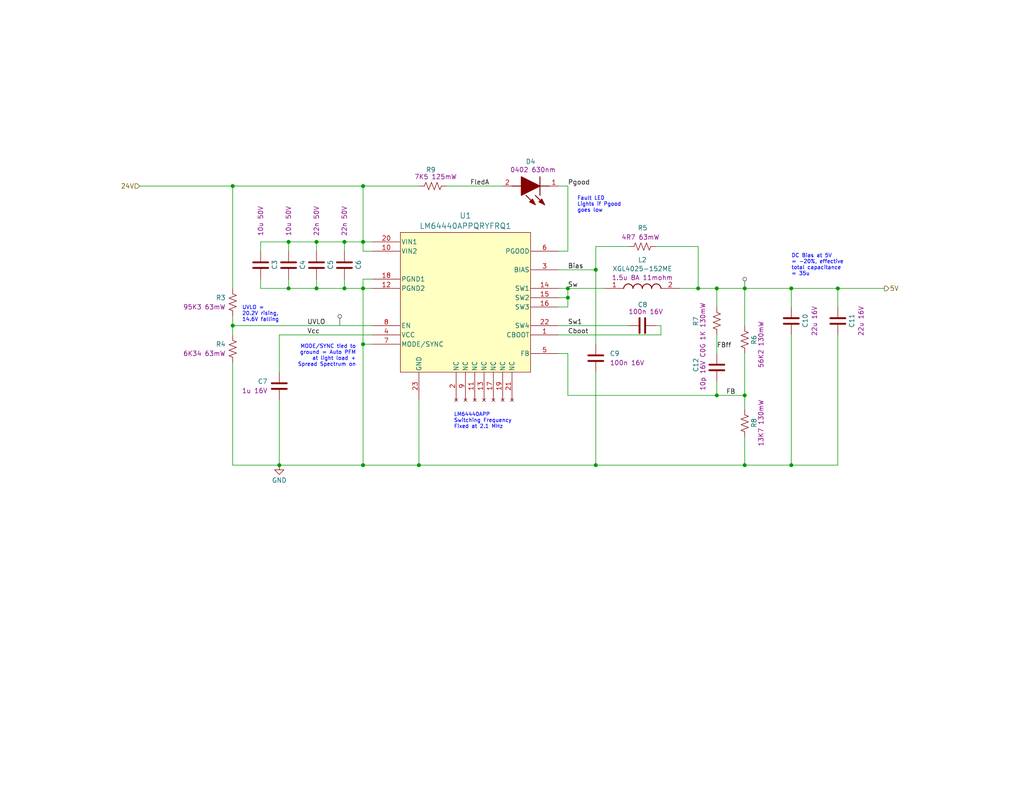
<source format=kicad_sch>
(kicad_sch
	(version 20250114)
	(generator "eeschema")
	(generator_version "9.0")
	(uuid "19b981c6-4ad6-42bf-8508-ad3f9264c9cb")
	(paper "USLetter")
	(title_block
		(title "1026 RPi Power Hat")
		(date "2025-04-11")
		(rev "1")
		(company "Dan Wilson")
		(comment 1 "Copyright © 2025 Dan Wilson")
		(comment 4 "5V Regulator")
		(comment 5 "Buck SMPS")
	)
	(lib_symbols
		(symbol "DW_Optoelectronics:[D] Wurth Elektronik 150040RS73240"
			(pin_names
				(hide yes)
			)
			(exclude_from_sim no)
			(in_bom yes)
			(on_board yes)
			(property "Reference" "D"
				(at 5.08 8.89 0)
				(effects
					(font
						(size 1.27 1.27)
					)
					(justify left bottom)
				)
			)
			(property "Value" "150040RS73240"
				(at 0 6.35 0)
				(effects
					(font
						(size 1.27 1.27)
					)
					(justify left bottom)
				)
			)
			(property "Footprint" "DW_Optoelectronics:[D] Wurth Elektronik 150040RS73240"
				(at 12.7 -93.65 0)
				(effects
					(font
						(size 1.27 1.27)
					)
					(justify left bottom)
					(hide yes)
				)
			)
			(property "Datasheet" "https://katalog.we-online.de/pbs/datasheet/150040RS73240.pdf"
				(at 12.7 -193.65 0)
				(effects
					(font
						(size 1.27 1.27)
					)
					(justify left bottom)
					(hide yes)
				)
			)
			(property "Description" "2.4 V Red LED 1005 (0402)  SMD, Wurth Elektronik WL-SMCC 150040RS73240"
				(at 7.62 -5.08 0)
				(effects
					(font
						(size 1.27 1.27)
					)
					(hide yes)
				)
			)
			(property "Height" "0.5"
				(at 12.7 -393.65 0)
				(effects
					(font
						(size 1.27 1.27)
					)
					(justify left bottom)
					(hide yes)
				)
			)
			(property "Mouser Part Number" "710-150040RS73240"
				(at 12.7 -493.65 0)
				(effects
					(font
						(size 1.27 1.27)
					)
					(justify left bottom)
					(hide yes)
				)
			)
			(property "Mouser Price/Stock" "https://www.mouser.co.uk/ProductDetail/Wurth-Elektronik/150040RS73240?qs=8Aam6%252B7C6HGMiInmnlrBiw%3D%3D"
				(at 12.7 -593.65 0)
				(effects
					(font
						(size 1.27 1.27)
					)
					(justify left bottom)
					(hide yes)
				)
			)
			(property "Manufacturer_Name" "Wurth Elektronik"
				(at 12.7 -693.65 0)
				(effects
					(font
						(size 1.27 1.27)
					)
					(justify left bottom)
					(hide yes)
				)
			)
			(property "Manufacturer_Part_Number" "150040RS73240"
				(at 12.7 -793.65 0)
				(effects
					(font
						(size 1.27 1.27)
					)
					(justify left bottom)
					(hide yes)
				)
			)
			(property "ki_keywords" "2.4 V Red LED 1005 (0402)  SMD, Wurth Elektronik WL-SMCC 150040RS73240"
				(at 0 0 0)
				(effects
					(font
						(size 1.27 1.27)
					)
					(hide yes)
				)
			)
			(symbol "[D] Wurth Elektronik 150040RS73240_1_1"
				(polyline
					(pts
						(xy 2.54 0) (xy 5.08 0)
					)
					(stroke
						(width 0.254)
						(type default)
					)
					(fill
						(type none)
					)
				)
				(polyline
					(pts
						(xy 5.08 2.54) (xy 5.08 -2.54)
					)
					(stroke
						(width 0.254)
						(type default)
					)
					(fill
						(type none)
					)
				)
				(polyline
					(pts
						(xy 5.08 0) (xy 10.16 2.54) (xy 10.16 -2.54) (xy 5.08 0)
					)
					(stroke
						(width 0.254)
						(type default)
					)
					(fill
						(type outline)
					)
				)
				(polyline
					(pts
						(xy 5.334 4.318) (xy 4.572 3.556) (xy 3.81 5.08) (xy 5.334 4.318)
					)
					(stroke
						(width 0.254)
						(type default)
					)
					(fill
						(type outline)
					)
				)
				(polyline
					(pts
						(xy 6.35 2.54) (xy 3.81 5.08)
					)
					(stroke
						(width 0.254)
						(type default)
					)
					(fill
						(type none)
					)
				)
				(polyline
					(pts
						(xy 7.874 4.318) (xy 7.112 3.556) (xy 6.35 5.08) (xy 7.874 4.318)
					)
					(stroke
						(width 0.254)
						(type default)
					)
					(fill
						(type outline)
					)
				)
				(polyline
					(pts
						(xy 8.89 2.54) (xy 6.35 5.08)
					)
					(stroke
						(width 0.254)
						(type default)
					)
					(fill
						(type none)
					)
				)
				(polyline
					(pts
						(xy 10.16 0) (xy 12.7 0)
					)
					(stroke
						(width 0.254)
						(type default)
					)
					(fill
						(type none)
					)
				)
				(pin passive line
					(at 0 0 0)
					(length 2.54)
					(name "K"
						(effects
							(font
								(size 1.27 1.27)
							)
						)
					)
					(number "1"
						(effects
							(font
								(size 1.27 1.27)
							)
						)
					)
				)
				(pin passive line
					(at 15.24 0 180)
					(length 2.54)
					(name "A"
						(effects
							(font
								(size 1.27 1.27)
							)
						)
					)
					(number "2"
						(effects
							(font
								(size 1.27 1.27)
							)
						)
					)
				)
			)
			(embedded_fonts no)
		)
		(symbol "DW_Passives:[L] Coilcraft Inductor XGL4025 1.5uH 11mohm"
			(pin_names
				(hide yes)
			)
			(exclude_from_sim no)
			(in_bom yes)
			(on_board yes)
			(property "Reference" "L"
				(at 8.89 10.16 0)
				(effects
					(font
						(size 1.27 1.27)
					)
					(justify left top)
				)
			)
			(property "Value" "XGL4025-152ME"
				(at 2.54 7.62 0)
				(effects
					(font
						(size 1.27 1.27)
					)
					(justify left top)
				)
			)
			(property "Footprint" "DW_Passives:[L] Coilcraft Inductor XGL4025"
				(at 16.51 -96.19 0)
				(effects
					(font
						(size 1.27 1.27)
					)
					(justify left top)
					(hide yes)
				)
			)
			(property "Datasheet" "https://www.coilcraft.com/getmedia/68c6d53c-572d-430a-a300-0b846e02622d/xgl4025.pdf"
				(at 16.51 -196.19 0)
				(effects
					(font
						(size 1.27 1.27)
					)
					(justify left top)
					(hide yes)
				)
			)
			(property "Description" "Shielded Ferrite Inductor XGL 1.5uH 11mohm"
				(at 11.43 -2.54 0)
				(effects
					(font
						(size 1.27 1.27)
					)
					(hide yes)
				)
			)
			(property "Height" "2.5"
				(at 16.51 -396.19 0)
				(effects
					(font
						(size 1.27 1.27)
					)
					(justify left top)
					(hide yes)
				)
			)
			(property "Mouser Part Number" ""
				(at 16.51 -496.19 0)
				(effects
					(font
						(size 1.27 1.27)
					)
					(justify left top)
					(hide yes)
				)
			)
			(property "Mouser Price/Stock" ""
				(at 16.51 -596.19 0)
				(effects
					(font
						(size 1.27 1.27)
					)
					(justify left top)
					(hide yes)
				)
			)
			(property "Manufacturer_Name" "Coilcraft"
				(at 16.51 -696.19 0)
				(effects
					(font
						(size 1.27 1.27)
					)
					(justify left top)
					(hide yes)
				)
			)
			(property "Manufacturer_Part_Number" "XGL4025-152ME"
				(at 16.51 -796.19 0)
				(effects
					(font
						(size 1.27 1.27)
					)
					(justify left top)
					(hide yes)
				)
			)
			(property "Spec" "1.5u 8A 11mohm"
				(at 10.16 5.08 0)
				(effects
					(font
						(size 1.27 1.27)
					)
				)
			)
			(property "ki_keywords" "Shielded Ferrite Inductor XGL 1.5uH 11mohm"
				(at 0 0 0)
				(effects
					(font
						(size 1.27 1.27)
					)
					(hide yes)
				)
			)
			(symbol "[L] Coilcraft Inductor XGL4025 1.5uH 11mohm_1_1"
				(arc
					(start 5.08 0)
					(mid 6.35 1.219)
					(end 7.62 0)
					(stroke
						(width 0.254)
						(type default)
					)
					(fill
						(type none)
					)
				)
				(arc
					(start 7.62 0)
					(mid 8.89 1.219)
					(end 10.16 0)
					(stroke
						(width 0.254)
						(type default)
					)
					(fill
						(type none)
					)
				)
				(arc
					(start 10.16 0)
					(mid 11.43 1.219)
					(end 12.7 0)
					(stroke
						(width 0.254)
						(type default)
					)
					(fill
						(type none)
					)
				)
				(arc
					(start 12.7 0)
					(mid 13.97 1.219)
					(end 15.24 0)
					(stroke
						(width 0.254)
						(type default)
					)
					(fill
						(type none)
					)
				)
				(pin passive line
					(at 0 0 0)
					(length 5.08)
					(name "1"
						(effects
							(font
								(size 1.27 1.27)
							)
						)
					)
					(number "1"
						(effects
							(font
								(size 1.27 1.27)
							)
						)
					)
				)
				(pin passive line
					(at 20.32 0 180)
					(length 5.08)
					(name "2"
						(effects
							(font
								(size 1.27 1.27)
							)
						)
					)
					(number "2"
						(effects
							(font
								(size 1.27 1.27)
							)
						)
					)
				)
			)
			(embedded_fonts no)
		)
		(symbol "DW_Semiconductors:[U] TI LM64440 Sw Volt Reg"
			(pin_names
				(offset 0.254)
			)
			(exclude_from_sim no)
			(in_bom yes)
			(on_board yes)
			(property "Reference" "U"
				(at 25.4 7.62 0)
				(effects
					(font
						(size 1.524 1.524)
					)
				)
			)
			(property "Value" "LM64440APPQRYFRQ1"
				(at 25.4 5.08 0)
				(effects
					(font
						(size 1.524 1.524)
					)
				)
			)
			(property "Footprint" "DW_Semiconductors:[U] TI LM63460 Sw Volt Reg"
				(at 25.4 -60.96 0)
				(effects
					(font
						(size 1.27 1.27)
						(italic yes)
					)
					(hide yes)
				)
			)
			(property "Datasheet" "https://www.ti.com/lit/ds/symlink/lm64440-q1.pdf?ts=1744413173548&ref_url=https%253A%252F%252Fwww.mouser.com%252F"
				(at 25.4 -53.34 0)
				(effects
					(font
						(size 1.27 1.27)
						(italic yes)
					)
					(hide yes)
				)
			)
			(property "Description" "Switching Voltage Regulators Automotive 3V to 36 V 4A low-EMI synchronous"
				(at 25.4 -55.88 0)
				(effects
					(font
						(size 1.27 1.27)
					)
					(hide yes)
				)
			)
			(property "ki_keywords" "Switching Voltage Regulators Automotive 3V to 36 V 4A low-EMI synchronous, APP = Adj output, SprdSpec Adj, LiteLoad Adj, SwFreq 2.1MHz"
				(at 0 0 0)
				(effects
					(font
						(size 1.27 1.27)
					)
					(hide yes)
				)
			)
			(property "ki_fp_filters" "VQFN-FCRLF22_RYF_TEX"
				(at 0 0 0)
				(effects
					(font
						(size 1.27 1.27)
					)
					(hide yes)
				)
			)
			(symbol "[U] TI LM64440 Sw Volt Reg_0_1"
				(pin passive line
					(at 0 0 0)
					(length 7.62)
					(name "VIN1"
						(effects
							(font
								(size 1.27 1.27)
							)
						)
					)
					(number "20"
						(effects
							(font
								(size 1.27 1.27)
							)
						)
					)
				)
				(pin passive line
					(at 0 -2.54 0)
					(length 7.62)
					(name "VIN2"
						(effects
							(font
								(size 1.27 1.27)
							)
						)
					)
					(number "10"
						(effects
							(font
								(size 1.27 1.27)
							)
						)
					)
				)
				(pin passive line
					(at 0 -10.16 0)
					(length 7.62)
					(name "PGND1"
						(effects
							(font
								(size 1.27 1.27)
							)
						)
					)
					(number "18"
						(effects
							(font
								(size 1.27 1.27)
							)
						)
					)
				)
				(pin passive line
					(at 0 -12.7 0)
					(length 7.62)
					(name "PGND2"
						(effects
							(font
								(size 1.27 1.27)
							)
						)
					)
					(number "12"
						(effects
							(font
								(size 1.27 1.27)
							)
						)
					)
				)
				(pin passive line
					(at 0 -25.4 0)
					(length 7.62)
					(name "VCC"
						(effects
							(font
								(size 1.27 1.27)
							)
						)
					)
					(number "4"
						(effects
							(font
								(size 1.27 1.27)
							)
						)
					)
				)
				(pin passive line
					(at 12.7 -43.18 90)
					(length 7.62)
					(name "GND"
						(effects
							(font
								(size 1.27 1.27)
							)
						)
					)
					(number "23"
						(effects
							(font
								(size 1.27 1.27)
							)
						)
					)
				)
				(pin no_connect line
					(at 22.86 -43.18 90)
					(length 7.62)
					(name "NC"
						(effects
							(font
								(size 1.27 1.27)
							)
						)
					)
					(number "2"
						(effects
							(font
								(size 1.27 1.27)
							)
						)
					)
				)
				(pin no_connect line
					(at 25.4 -43.18 90)
					(length 7.62)
					(name "NC"
						(effects
							(font
								(size 1.27 1.27)
							)
						)
					)
					(number "9"
						(effects
							(font
								(size 1.27 1.27)
							)
						)
					)
				)
				(pin no_connect line
					(at 27.94 -43.18 90)
					(length 7.62)
					(name "NC"
						(effects
							(font
								(size 1.27 1.27)
							)
						)
					)
					(number "11"
						(effects
							(font
								(size 1.27 1.27)
							)
						)
					)
				)
				(pin no_connect line
					(at 30.48 -43.18 90)
					(length 7.62)
					(name "NC"
						(effects
							(font
								(size 1.27 1.27)
							)
						)
					)
					(number "13"
						(effects
							(font
								(size 1.27 1.27)
							)
						)
					)
				)
				(pin no_connect line
					(at 33.02 -43.18 90)
					(length 7.62)
					(name "NC"
						(effects
							(font
								(size 1.27 1.27)
							)
						)
					)
					(number "17"
						(effects
							(font
								(size 1.27 1.27)
							)
						)
					)
				)
				(pin no_connect line
					(at 35.56 -43.18 90)
					(length 7.62)
					(name "NC"
						(effects
							(font
								(size 1.27 1.27)
							)
						)
					)
					(number "19"
						(effects
							(font
								(size 1.27 1.27)
							)
						)
					)
				)
				(pin no_connect line
					(at 38.1 -43.18 90)
					(length 7.62)
					(name "NC"
						(effects
							(font
								(size 1.27 1.27)
							)
						)
					)
					(number "21"
						(effects
							(font
								(size 1.27 1.27)
							)
						)
					)
				)
				(pin passive line
					(at 50.8 -2.54 180)
					(length 7.62)
					(name "PGOOD"
						(effects
							(font
								(size 1.27 1.27)
							)
						)
					)
					(number "6"
						(effects
							(font
								(size 1.27 1.27)
							)
						)
					)
				)
				(pin passive line
					(at 50.8 -7.62 180)
					(length 7.62)
					(name "BIAS"
						(effects
							(font
								(size 1.27 1.27)
							)
						)
					)
					(number "3"
						(effects
							(font
								(size 1.27 1.27)
							)
						)
					)
				)
				(pin passive line
					(at 50.8 -12.7 180)
					(length 7.62)
					(name "SW1"
						(effects
							(font
								(size 1.27 1.27)
							)
						)
					)
					(number "14"
						(effects
							(font
								(size 1.27 1.27)
							)
						)
					)
				)
				(pin passive line
					(at 50.8 -15.24 180)
					(length 7.62)
					(name "SW2"
						(effects
							(font
								(size 1.27 1.27)
							)
						)
					)
					(number "15"
						(effects
							(font
								(size 1.27 1.27)
							)
						)
					)
				)
				(pin passive line
					(at 50.8 -17.78 180)
					(length 7.62)
					(name "SW3"
						(effects
							(font
								(size 1.27 1.27)
							)
						)
					)
					(number "16"
						(effects
							(font
								(size 1.27 1.27)
							)
						)
					)
				)
				(pin passive line
					(at 50.8 -22.86 180)
					(length 7.62)
					(name "SW4"
						(effects
							(font
								(size 1.27 1.27)
							)
						)
					)
					(number "22"
						(effects
							(font
								(size 1.27 1.27)
							)
						)
					)
				)
				(pin passive line
					(at 50.8 -25.4 180)
					(length 7.62)
					(name "CBOOT"
						(effects
							(font
								(size 1.27 1.27)
							)
						)
					)
					(number "1"
						(effects
							(font
								(size 1.27 1.27)
							)
						)
					)
				)
				(pin passive line
					(at 50.8 -30.48 180)
					(length 7.62)
					(name "FB"
						(effects
							(font
								(size 1.27 1.27)
							)
						)
					)
					(number "5"
						(effects
							(font
								(size 1.27 1.27)
							)
						)
					)
				)
			)
			(symbol "[U] TI LM64440 Sw Volt Reg_1_1"
				(rectangle
					(start 7.62 2.54)
					(end 43.18 -35.56)
					(stroke
						(width 0)
						(type solid)
					)
					(fill
						(type background)
					)
				)
				(pin passive line
					(at 0 -22.86 0)
					(length 7.62)
					(name "EN"
						(effects
							(font
								(size 1.27 1.27)
							)
						)
					)
					(number "8"
						(effects
							(font
								(size 1.27 1.27)
							)
						)
					)
				)
				(pin passive line
					(at 0 -27.94 0)
					(length 7.62)
					(name "MODE/SYNC"
						(effects
							(font
								(size 1.27 1.27)
							)
						)
					)
					(number "7"
						(effects
							(font
								(size 1.27 1.27)
							)
						)
					)
				)
			)
			(embedded_fonts no)
		)
		(symbol "Device:C"
			(pin_numbers
				(hide yes)
			)
			(pin_names
				(offset 0.254)
			)
			(exclude_from_sim no)
			(in_bom yes)
			(on_board yes)
			(property "Reference" "C"
				(at 0.635 2.54 0)
				(effects
					(font
						(size 1.27 1.27)
					)
					(justify left)
				)
			)
			(property "Value" "C"
				(at 0.635 -2.54 0)
				(effects
					(font
						(size 1.27 1.27)
					)
					(justify left)
				)
			)
			(property "Footprint" ""
				(at 0.9652 -3.81 0)
				(effects
					(font
						(size 1.27 1.27)
					)
					(hide yes)
				)
			)
			(property "Datasheet" "~"
				(at 0 0 0)
				(effects
					(font
						(size 1.27 1.27)
					)
					(hide yes)
				)
			)
			(property "Description" "Unpolarized capacitor"
				(at 0 0 0)
				(effects
					(font
						(size 1.27 1.27)
					)
					(hide yes)
				)
			)
			(property "ki_keywords" "cap capacitor"
				(at 0 0 0)
				(effects
					(font
						(size 1.27 1.27)
					)
					(hide yes)
				)
			)
			(property "ki_fp_filters" "C_*"
				(at 0 0 0)
				(effects
					(font
						(size 1.27 1.27)
					)
					(hide yes)
				)
			)
			(symbol "C_0_1"
				(polyline
					(pts
						(xy -2.032 0.762) (xy 2.032 0.762)
					)
					(stroke
						(width 0.508)
						(type default)
					)
					(fill
						(type none)
					)
				)
				(polyline
					(pts
						(xy -2.032 -0.762) (xy 2.032 -0.762)
					)
					(stroke
						(width 0.508)
						(type default)
					)
					(fill
						(type none)
					)
				)
			)
			(symbol "C_1_1"
				(pin passive line
					(at 0 3.81 270)
					(length 2.794)
					(name "~"
						(effects
							(font
								(size 1.27 1.27)
							)
						)
					)
					(number "1"
						(effects
							(font
								(size 1.27 1.27)
							)
						)
					)
				)
				(pin passive line
					(at 0 -3.81 90)
					(length 2.794)
					(name "~"
						(effects
							(font
								(size 1.27 1.27)
							)
						)
					)
					(number "2"
						(effects
							(font
								(size 1.27 1.27)
							)
						)
					)
				)
			)
			(embedded_fonts no)
		)
		(symbol "Device:R_US"
			(pin_numbers
				(hide yes)
			)
			(pin_names
				(offset 0)
			)
			(exclude_from_sim no)
			(in_bom yes)
			(on_board yes)
			(property "Reference" "R"
				(at 2.54 0 90)
				(effects
					(font
						(size 1.27 1.27)
					)
				)
			)
			(property "Value" "R_US"
				(at -2.54 0 90)
				(effects
					(font
						(size 1.27 1.27)
					)
				)
			)
			(property "Footprint" ""
				(at 1.016 -0.254 90)
				(effects
					(font
						(size 1.27 1.27)
					)
					(hide yes)
				)
			)
			(property "Datasheet" "~"
				(at 0 0 0)
				(effects
					(font
						(size 1.27 1.27)
					)
					(hide yes)
				)
			)
			(property "Description" "Resistor, US symbol"
				(at 0 0 0)
				(effects
					(font
						(size 1.27 1.27)
					)
					(hide yes)
				)
			)
			(property "ki_keywords" "R res resistor"
				(at 0 0 0)
				(effects
					(font
						(size 1.27 1.27)
					)
					(hide yes)
				)
			)
			(property "ki_fp_filters" "R_*"
				(at 0 0 0)
				(effects
					(font
						(size 1.27 1.27)
					)
					(hide yes)
				)
			)
			(symbol "R_US_0_1"
				(polyline
					(pts
						(xy 0 2.286) (xy 0 2.54)
					)
					(stroke
						(width 0)
						(type default)
					)
					(fill
						(type none)
					)
				)
				(polyline
					(pts
						(xy 0 2.286) (xy 1.016 1.905) (xy 0 1.524) (xy -1.016 1.143) (xy 0 0.762)
					)
					(stroke
						(width 0)
						(type default)
					)
					(fill
						(type none)
					)
				)
				(polyline
					(pts
						(xy 0 0.762) (xy 1.016 0.381) (xy 0 0) (xy -1.016 -0.381) (xy 0 -0.762)
					)
					(stroke
						(width 0)
						(type default)
					)
					(fill
						(type none)
					)
				)
				(polyline
					(pts
						(xy 0 -0.762) (xy 1.016 -1.143) (xy 0 -1.524) (xy -1.016 -1.905) (xy 0 -2.286)
					)
					(stroke
						(width 0)
						(type default)
					)
					(fill
						(type none)
					)
				)
				(polyline
					(pts
						(xy 0 -2.286) (xy 0 -2.54)
					)
					(stroke
						(width 0)
						(type default)
					)
					(fill
						(type none)
					)
				)
			)
			(symbol "R_US_1_1"
				(pin passive line
					(at 0 3.81 270)
					(length 1.27)
					(name "~"
						(effects
							(font
								(size 1.27 1.27)
							)
						)
					)
					(number "1"
						(effects
							(font
								(size 1.27 1.27)
							)
						)
					)
				)
				(pin passive line
					(at 0 -3.81 90)
					(length 1.27)
					(name "~"
						(effects
							(font
								(size 1.27 1.27)
							)
						)
					)
					(number "2"
						(effects
							(font
								(size 1.27 1.27)
							)
						)
					)
				)
			)
			(embedded_fonts no)
		)
		(symbol "power:GND"
			(power)
			(pin_numbers
				(hide yes)
			)
			(pin_names
				(offset 0)
				(hide yes)
			)
			(exclude_from_sim no)
			(in_bom yes)
			(on_board yes)
			(property "Reference" "#PWR"
				(at 0 -6.35 0)
				(effects
					(font
						(size 1.27 1.27)
					)
					(hide yes)
				)
			)
			(property "Value" "GND"
				(at 0 -3.81 0)
				(effects
					(font
						(size 1.27 1.27)
					)
				)
			)
			(property "Footprint" ""
				(at 0 0 0)
				(effects
					(font
						(size 1.27 1.27)
					)
					(hide yes)
				)
			)
			(property "Datasheet" ""
				(at 0 0 0)
				(effects
					(font
						(size 1.27 1.27)
					)
					(hide yes)
				)
			)
			(property "Description" "Power symbol creates a global label with name \"GND\" , ground"
				(at 0 0 0)
				(effects
					(font
						(size 1.27 1.27)
					)
					(hide yes)
				)
			)
			(property "ki_keywords" "global power"
				(at 0 0 0)
				(effects
					(font
						(size 1.27 1.27)
					)
					(hide yes)
				)
			)
			(symbol "GND_0_1"
				(polyline
					(pts
						(xy 0 0) (xy 0 -1.27) (xy 1.27 -1.27) (xy 0 -2.54) (xy -1.27 -1.27) (xy 0 -1.27)
					)
					(stroke
						(width 0)
						(type default)
					)
					(fill
						(type none)
					)
				)
			)
			(symbol "GND_1_1"
				(pin power_in line
					(at 0 0 270)
					(length 0)
					(name "~"
						(effects
							(font
								(size 1.27 1.27)
							)
						)
					)
					(number "1"
						(effects
							(font
								(size 1.27 1.27)
							)
						)
					)
				)
			)
			(embedded_fonts no)
		)
	)
	(text "MODE/SYNC tied to\nground = Auto PFM\nat light load +\nSpread Spectrum on"
		(exclude_from_sim no)
		(at 97.155 97.155 0)
		(effects
			(font
				(size 1.016 1.016)
				(color 0 0 255 1)
			)
			(justify right)
		)
		(uuid "3a25ce34-3b2b-45b1-835d-400a9dc65fce")
	)
	(text "Fault LED\nLights if Pgood\ngoes low"
		(exclude_from_sim no)
		(at 157.48 55.88 0)
		(effects
			(font
				(size 1.016 1.016)
				(color 0 0 255 1)
			)
			(justify left)
		)
		(uuid "99b96acb-ac51-4d1a-a4ce-ba1c59ace103")
	)
	(text "DC Bias at 5V\n= -20%, effective\ntotal capacitance\n= 35u"
		(exclude_from_sim no)
		(at 215.9 72.39 0)
		(effects
			(font
				(size 1.016 1.016)
				(color 0 0 255 1)
			)
			(justify left)
		)
		(uuid "9d76acbe-2869-452f-b423-757b6672bfdf")
	)
	(text "LM64440APP\nSwitching Frequency\nFixed at 2.1 MHz"
		(exclude_from_sim no)
		(at 123.825 114.935 0)
		(effects
			(font
				(size 1.016 1.016)
				(color 0 0 255 1)
			)
			(justify left)
		)
		(uuid "cf4dba88-93ec-4d9f-9fa3-70d66e8c6be5")
	)
	(text "UVLO =\n20.2V rising,\n14.6V falling"
		(exclude_from_sim no)
		(at 66.04 85.725 0)
		(effects
			(font
				(size 1.016 1.016)
				(color 0 0 255 1)
			)
			(justify left)
		)
		(uuid "f9dcfb23-3e89-4adb-8f47-0c3d8c4c7825")
	)
	(junction
		(at 78.74 78.74)
		(diameter 0)
		(color 0 0 0 0)
		(uuid "0ca5b308-031c-4ea5-b7aa-288e931b4953")
	)
	(junction
		(at 78.74 66.04)
		(diameter 0)
		(color 0 0 0 0)
		(uuid "12fd5fb8-ad4d-4ad0-ad8f-c4c7619381c3")
	)
	(junction
		(at 93.98 78.74)
		(diameter 0)
		(color 0 0 0 0)
		(uuid "15b41095-2eca-4e1a-96a7-0b42b612da53")
	)
	(junction
		(at 99.06 93.98)
		(diameter 0)
		(color 0 0 0 0)
		(uuid "1728b741-f163-4e84-a9e3-68d42c17e0fd")
	)
	(junction
		(at 154.94 78.74)
		(diameter 0)
		(color 0 0 0 0)
		(uuid "19e4170c-674c-480e-9585-8682ad165798")
	)
	(junction
		(at 86.36 78.74)
		(diameter 0)
		(color 0 0 0 0)
		(uuid "1e8a39ba-0851-4f4d-aad8-9702d7ae7e25")
	)
	(junction
		(at 162.56 127)
		(diameter 0)
		(color 0 0 0 0)
		(uuid "1edcf145-12ee-490d-9f95-791615862a52")
	)
	(junction
		(at 63.5 50.8)
		(diameter 0)
		(color 0 0 0 0)
		(uuid "315b2855-84fa-4901-b72a-6128a9a9a1ca")
	)
	(junction
		(at 99.06 66.04)
		(diameter 0)
		(color 0 0 0 0)
		(uuid "380479ba-8087-4e1b-a28b-75d442ac3138")
	)
	(junction
		(at 215.9 78.74)
		(diameter 0)
		(color 0 0 0 0)
		(uuid "428c50e5-61a2-47e3-9ce7-642b2ca9f802")
	)
	(junction
		(at 203.2 127)
		(diameter 0)
		(color 0 0 0 0)
		(uuid "4ac73047-14f1-4200-bc94-904b69f2df56")
	)
	(junction
		(at 203.2 107.95)
		(diameter 0)
		(color 0 0 0 0)
		(uuid "59b97a24-512b-4a91-b322-57a49b7a5a6d")
	)
	(junction
		(at 154.94 81.28)
		(diameter 0)
		(color 0 0 0 0)
		(uuid "62855d9f-2c0f-42ca-a00b-f9322fa465bb")
	)
	(junction
		(at 86.36 66.04)
		(diameter 0)
		(color 0 0 0 0)
		(uuid "707a482c-fa14-4f5f-ac8c-eee2760eeb86")
	)
	(junction
		(at 99.06 78.74)
		(diameter 0)
		(color 0 0 0 0)
		(uuid "77b60f22-e87e-4ff1-b59d-ff61e0cbb5f4")
	)
	(junction
		(at 195.58 78.74)
		(diameter 0)
		(color 0 0 0 0)
		(uuid "7e484c23-e8f6-4495-a17c-80634cf46f4a")
	)
	(junction
		(at 162.56 73.66)
		(diameter 0)
		(color 0 0 0 0)
		(uuid "97cff76c-d434-471e-9cfc-6a67a360e5d8")
	)
	(junction
		(at 228.6 78.74)
		(diameter 0)
		(color 0 0 0 0)
		(uuid "9d7ce1e9-f24c-41e8-a5c3-b39d3d25c519")
	)
	(junction
		(at 190.5 78.74)
		(diameter 0)
		(color 0 0 0 0)
		(uuid "a1c9be1e-62cb-4f29-88ec-2bf59f928858")
	)
	(junction
		(at 76.2 127)
		(diameter 0)
		(color 0 0 0 0)
		(uuid "ac76e25d-d658-4b71-b19a-c5064caabece")
	)
	(junction
		(at 93.98 66.04)
		(diameter 0)
		(color 0 0 0 0)
		(uuid "bacb945a-1531-4d95-bbfb-6e4d3ac3e8a4")
	)
	(junction
		(at 195.58 107.95)
		(diameter 0)
		(color 0 0 0 0)
		(uuid "c251a80e-07db-454b-aeae-758c30d527c7")
	)
	(junction
		(at 215.9 127)
		(diameter 0)
		(color 0 0 0 0)
		(uuid "cf01b305-c427-435e-91fd-72f3b715fb45")
	)
	(junction
		(at 63.5 88.9)
		(diameter 0)
		(color 0 0 0 0)
		(uuid "eb14c2e9-10d9-45d3-85b6-fe4b9717f215")
	)
	(junction
		(at 114.3 127)
		(diameter 0)
		(color 0 0 0 0)
		(uuid "ecd43a60-2546-4d7c-be45-1fe4ba17ea8a")
	)
	(junction
		(at 99.06 127)
		(diameter 0)
		(color 0 0 0 0)
		(uuid "f2c8a8d6-6588-4378-87ad-5f6cf635dee4")
	)
	(junction
		(at 99.06 50.8)
		(diameter 0)
		(color 0 0 0 0)
		(uuid "f2ed78b7-9628-4d31-a8b6-de1578205b7a")
	)
	(junction
		(at 203.2 78.74)
		(diameter 0)
		(color 0 0 0 0)
		(uuid "f843cc2e-61b3-44ea-9772-5a0faa1f7723")
	)
	(wire
		(pts
			(xy 99.06 78.74) (xy 99.06 93.98)
		)
		(stroke
			(width 0)
			(type default)
		)
		(uuid "02d5c8e5-91ca-4dcf-bcf2-6e81266acfff")
	)
	(wire
		(pts
			(xy 114.3 127) (xy 114.3 109.22)
		)
		(stroke
			(width 0)
			(type default)
		)
		(uuid "040ce810-a3da-41ec-9c70-f625197d2fba")
	)
	(wire
		(pts
			(xy 179.07 88.9) (xy 180.34 88.9)
		)
		(stroke
			(width 0)
			(type default)
		)
		(uuid "0d1db6af-4523-4924-88ff-50281974916d")
	)
	(wire
		(pts
			(xy 78.74 66.04) (xy 78.74 68.58)
		)
		(stroke
			(width 0)
			(type default)
		)
		(uuid "11223dc8-21b4-4d78-a445-c44fc560807d")
	)
	(wire
		(pts
			(xy 63.5 88.9) (xy 63.5 91.44)
		)
		(stroke
			(width 0)
			(type default)
		)
		(uuid "1245baf0-5370-4e42-95fc-3d3bc8d35881")
	)
	(wire
		(pts
			(xy 162.56 67.31) (xy 171.45 67.31)
		)
		(stroke
			(width 0)
			(type default)
		)
		(uuid "12a0d9ef-37ec-460a-91c6-39c15cf11be1")
	)
	(wire
		(pts
			(xy 99.06 66.04) (xy 101.6 66.04)
		)
		(stroke
			(width 0)
			(type default)
		)
		(uuid "13590e99-5763-4fdb-a592-e5740bff3f93")
	)
	(wire
		(pts
			(xy 63.5 86.36) (xy 63.5 88.9)
		)
		(stroke
			(width 0)
			(type default)
		)
		(uuid "1514fe4c-1fd9-476f-97c0-dcfe42d55a00")
	)
	(wire
		(pts
			(xy 99.06 127) (xy 114.3 127)
		)
		(stroke
			(width 0)
			(type default)
		)
		(uuid "1c55388e-e531-42bf-ac22-4343e5898428")
	)
	(wire
		(pts
			(xy 152.4 50.8) (xy 154.94 50.8)
		)
		(stroke
			(width 0)
			(type default)
		)
		(uuid "21c12162-4eea-4b6b-809c-5ad077de219d")
	)
	(wire
		(pts
			(xy 215.9 127) (xy 203.2 127)
		)
		(stroke
			(width 0)
			(type default)
		)
		(uuid "2369a30f-0ad0-469e-b270-d2007ce378e4")
	)
	(wire
		(pts
			(xy 203.2 119.38) (xy 203.2 127)
		)
		(stroke
			(width 0)
			(type default)
		)
		(uuid "2489eee2-fded-494c-9fce-c296f9257cae")
	)
	(wire
		(pts
			(xy 154.94 68.58) (xy 152.4 68.58)
		)
		(stroke
			(width 0)
			(type default)
		)
		(uuid "2648beb5-732a-4a55-ac7f-9d20c648fc36")
	)
	(wire
		(pts
			(xy 152.4 96.52) (xy 154.94 96.52)
		)
		(stroke
			(width 0)
			(type default)
		)
		(uuid "28ad8678-39ea-4340-8e62-865c824f6990")
	)
	(wire
		(pts
			(xy 154.94 78.74) (xy 165.1 78.74)
		)
		(stroke
			(width 0)
			(type default)
		)
		(uuid "298613ff-92ab-4e11-a139-33bb833ae75c")
	)
	(wire
		(pts
			(xy 152.4 81.28) (xy 154.94 81.28)
		)
		(stroke
			(width 0)
			(type default)
		)
		(uuid "2d78dcbf-3b96-4875-9941-fe67d2e40af7")
	)
	(wire
		(pts
			(xy 99.06 93.98) (xy 99.06 127)
		)
		(stroke
			(width 0)
			(type default)
		)
		(uuid "2f16baad-be9d-47b1-ae33-89af1bcdb96a")
	)
	(wire
		(pts
			(xy 154.94 96.52) (xy 154.94 107.95)
		)
		(stroke
			(width 0)
			(type default)
		)
		(uuid "35053d9f-410e-4472-ac76-28a68f4d2f5e")
	)
	(wire
		(pts
			(xy 86.36 66.04) (xy 93.98 66.04)
		)
		(stroke
			(width 0)
			(type default)
		)
		(uuid "35b9090b-4057-4620-adb1-a29c2a1ed9f7")
	)
	(wire
		(pts
			(xy 152.4 78.74) (xy 154.94 78.74)
		)
		(stroke
			(width 0)
			(type default)
		)
		(uuid "3814a636-0e19-4267-8e01-52ec08cd28b1")
	)
	(wire
		(pts
			(xy 71.12 76.2) (xy 71.12 78.74)
		)
		(stroke
			(width 0)
			(type default)
		)
		(uuid "39dcf5c5-a901-44eb-b908-f33b0e49cd21")
	)
	(wire
		(pts
			(xy 86.36 76.2) (xy 86.36 78.74)
		)
		(stroke
			(width 0)
			(type default)
		)
		(uuid "3e56079d-f501-42ca-a980-34b1f3e28696")
	)
	(wire
		(pts
			(xy 63.5 50.8) (xy 63.5 78.74)
		)
		(stroke
			(width 0)
			(type default)
		)
		(uuid "42062ed0-2839-499a-91ae-f63a44dd39c5")
	)
	(wire
		(pts
			(xy 99.06 50.8) (xy 99.06 66.04)
		)
		(stroke
			(width 0)
			(type default)
		)
		(uuid "4612b324-52ad-4d8d-84ba-6a5050c79114")
	)
	(wire
		(pts
			(xy 71.12 66.04) (xy 78.74 66.04)
		)
		(stroke
			(width 0)
			(type default)
		)
		(uuid "47181cab-fe15-4961-88fb-4ed38cbe9097")
	)
	(wire
		(pts
			(xy 99.06 66.04) (xy 99.06 68.58)
		)
		(stroke
			(width 0)
			(type default)
		)
		(uuid "47d7b71b-b747-4190-99dd-59268e4f08b0")
	)
	(wire
		(pts
			(xy 228.6 91.44) (xy 228.6 127)
		)
		(stroke
			(width 0)
			(type default)
		)
		(uuid "49a3a2d0-b3d9-456f-882a-3a172a64875b")
	)
	(wire
		(pts
			(xy 195.58 107.95) (xy 203.2 107.95)
		)
		(stroke
			(width 0)
			(type default)
		)
		(uuid "4c51a24d-ac49-4833-aba4-66c132448483")
	)
	(wire
		(pts
			(xy 93.98 78.74) (xy 99.06 78.74)
		)
		(stroke
			(width 0)
			(type default)
		)
		(uuid "4dbd7281-88a4-4925-b2d2-66af22c25648")
	)
	(wire
		(pts
			(xy 76.2 109.22) (xy 76.2 127)
		)
		(stroke
			(width 0)
			(type default)
		)
		(uuid "548dbd53-8773-44c7-932d-5af018443f24")
	)
	(wire
		(pts
			(xy 99.06 93.98) (xy 101.6 93.98)
		)
		(stroke
			(width 0)
			(type default)
		)
		(uuid "54f628eb-35dc-41ca-acc5-5727e0468c7b")
	)
	(wire
		(pts
			(xy 93.98 66.04) (xy 93.98 68.58)
		)
		(stroke
			(width 0)
			(type default)
		)
		(uuid "594f7ea3-debc-44be-a98e-36eedf864611")
	)
	(wire
		(pts
			(xy 203.2 107.95) (xy 203.2 111.76)
		)
		(stroke
			(width 0)
			(type default)
		)
		(uuid "59505246-8f36-4487-b6cc-8dd0a8ae4fd8")
	)
	(wire
		(pts
			(xy 78.74 66.04) (xy 86.36 66.04)
		)
		(stroke
			(width 0)
			(type default)
		)
		(uuid "598ba537-31ad-4573-9978-015e0018b01f")
	)
	(wire
		(pts
			(xy 162.56 127) (xy 162.56 101.6)
		)
		(stroke
			(width 0)
			(type default)
		)
		(uuid "5d370741-c291-4fcb-9477-bc7ea0b1e190")
	)
	(wire
		(pts
			(xy 152.4 83.82) (xy 154.94 83.82)
		)
		(stroke
			(width 0)
			(type default)
		)
		(uuid "5ee4578b-72c1-4dc5-a927-4e201137b4f9")
	)
	(wire
		(pts
			(xy 162.56 73.66) (xy 162.56 93.98)
		)
		(stroke
			(width 0)
			(type default)
		)
		(uuid "61c25e68-18f9-4532-94cb-e79afcf58a5c")
	)
	(wire
		(pts
			(xy 190.5 78.74) (xy 185.42 78.74)
		)
		(stroke
			(width 0)
			(type default)
		)
		(uuid "6572f87b-24fe-43df-8eb3-97d33de847e8")
	)
	(wire
		(pts
			(xy 93.98 76.2) (xy 93.98 78.74)
		)
		(stroke
			(width 0)
			(type default)
		)
		(uuid "698222f0-d846-4a6d-b45e-cf58daa3ae0a")
	)
	(wire
		(pts
			(xy 195.58 91.44) (xy 195.58 96.52)
		)
		(stroke
			(width 0)
			(type default)
		)
		(uuid "6f5e4a9c-0a1d-4385-bcb4-cfea06496058")
	)
	(wire
		(pts
			(xy 203.2 96.52) (xy 203.2 107.95)
		)
		(stroke
			(width 0)
			(type default)
		)
		(uuid "71055921-5f45-4df9-b2c2-6e6eab77e009")
	)
	(wire
		(pts
			(xy 195.58 104.14) (xy 195.58 107.95)
		)
		(stroke
			(width 0)
			(type default)
		)
		(uuid "71e1d2c3-f1dd-41aa-a24c-f52349a57770")
	)
	(wire
		(pts
			(xy 154.94 50.8) (xy 154.94 68.58)
		)
		(stroke
			(width 0)
			(type default)
		)
		(uuid "76317dce-eafe-4179-993f-84c4f40ca60a")
	)
	(wire
		(pts
			(xy 203.2 78.74) (xy 203.2 88.9)
		)
		(stroke
			(width 0)
			(type default)
		)
		(uuid "769a46a3-320e-4b8f-afa5-8dc49bafbcc5")
	)
	(wire
		(pts
			(xy 99.06 50.8) (xy 114.3 50.8)
		)
		(stroke
			(width 0)
			(type default)
		)
		(uuid "775ea652-919b-4745-9613-023ccfaaa308")
	)
	(wire
		(pts
			(xy 154.94 83.82) (xy 154.94 81.28)
		)
		(stroke
			(width 0)
			(type default)
		)
		(uuid "79f6fa2f-e496-4459-905f-f54a420a9cc2")
	)
	(wire
		(pts
			(xy 63.5 99.06) (xy 63.5 127)
		)
		(stroke
			(width 0)
			(type default)
		)
		(uuid "7a77a65c-bcc6-4003-af9e-50417fb82c46")
	)
	(wire
		(pts
			(xy 195.58 78.74) (xy 195.58 83.82)
		)
		(stroke
			(width 0)
			(type default)
		)
		(uuid "816cf765-caa1-4823-8405-5dc9cae33e38")
	)
	(wire
		(pts
			(xy 228.6 78.74) (xy 241.3 78.74)
		)
		(stroke
			(width 0)
			(type default)
		)
		(uuid "8324471d-9939-47f3-8d7c-5b371e658ed7")
	)
	(wire
		(pts
			(xy 203.2 127) (xy 162.56 127)
		)
		(stroke
			(width 0)
			(type default)
		)
		(uuid "83f5ce0d-fc8e-4afa-87f3-65f3df5cd696")
	)
	(wire
		(pts
			(xy 228.6 78.74) (xy 228.6 83.82)
		)
		(stroke
			(width 0)
			(type default)
		)
		(uuid "848fa3e5-0467-4864-8c1d-9f3af9660ff1")
	)
	(wire
		(pts
			(xy 152.4 91.44) (xy 180.34 91.44)
		)
		(stroke
			(width 0)
			(type default)
		)
		(uuid "8511d421-0c6a-4281-9a0d-9a17e6e9baad")
	)
	(wire
		(pts
			(xy 179.07 67.31) (xy 190.5 67.31)
		)
		(stroke
			(width 0)
			(type default)
		)
		(uuid "8833e6de-cd95-4d60-b1bd-9cfd45331841")
	)
	(wire
		(pts
			(xy 154.94 81.28) (xy 154.94 78.74)
		)
		(stroke
			(width 0)
			(type default)
		)
		(uuid "8a8cb12e-a92b-49f8-9018-72cef28c2282")
	)
	(wire
		(pts
			(xy 114.3 127) (xy 162.56 127)
		)
		(stroke
			(width 0)
			(type default)
		)
		(uuid "8c274f0d-5423-4731-b81f-4fe2e889c61d")
	)
	(wire
		(pts
			(xy 76.2 127) (xy 99.06 127)
		)
		(stroke
			(width 0)
			(type default)
		)
		(uuid "8d5e2f10-25e8-43da-a9c5-20098959f586")
	)
	(wire
		(pts
			(xy 190.5 67.31) (xy 190.5 78.74)
		)
		(stroke
			(width 0)
			(type default)
		)
		(uuid "94d1f22e-db26-4a47-80b4-d398965d2820")
	)
	(wire
		(pts
			(xy 195.58 78.74) (xy 203.2 78.74)
		)
		(stroke
			(width 0)
			(type default)
		)
		(uuid "9b4f4edb-26c3-4197-865e-2b3cb602eda0")
	)
	(wire
		(pts
			(xy 190.5 78.74) (xy 195.58 78.74)
		)
		(stroke
			(width 0)
			(type default)
		)
		(uuid "9e294aab-d032-44be-87dc-e95ec65d466b")
	)
	(wire
		(pts
			(xy 162.56 73.66) (xy 162.56 67.31)
		)
		(stroke
			(width 0)
			(type default)
		)
		(uuid "a1d790c7-d6b6-46a9-b71e-668ab8f4c82e")
	)
	(wire
		(pts
			(xy 63.5 50.8) (xy 99.06 50.8)
		)
		(stroke
			(width 0)
			(type default)
		)
		(uuid "a3542cc5-779e-45e3-a056-02b7261bccd4")
	)
	(wire
		(pts
			(xy 78.74 76.2) (xy 78.74 78.74)
		)
		(stroke
			(width 0)
			(type default)
		)
		(uuid "a544f391-e1c5-4b78-98e7-890935e4078e")
	)
	(wire
		(pts
			(xy 215.9 91.44) (xy 215.9 127)
		)
		(stroke
			(width 0)
			(type default)
		)
		(uuid "a96914cb-2343-4b55-904b-fa6f8bf42685")
	)
	(wire
		(pts
			(xy 86.36 78.74) (xy 93.98 78.74)
		)
		(stroke
			(width 0)
			(type default)
		)
		(uuid "ade4edf8-5fba-4366-b797-1f5987336117")
	)
	(wire
		(pts
			(xy 86.36 66.04) (xy 86.36 68.58)
		)
		(stroke
			(width 0)
			(type default)
		)
		(uuid "b3fbb947-90fd-4282-8ef4-57caf62170d1")
	)
	(wire
		(pts
			(xy 93.98 66.04) (xy 99.06 66.04)
		)
		(stroke
			(width 0)
			(type default)
		)
		(uuid "b65704bd-c97f-4db3-bb80-133055e6d1dc")
	)
	(wire
		(pts
			(xy 228.6 127) (xy 215.9 127)
		)
		(stroke
			(width 0)
			(type default)
		)
		(uuid "b77f1f4d-e486-4281-924b-a3c6fa300b9c")
	)
	(wire
		(pts
			(xy 152.4 88.9) (xy 171.45 88.9)
		)
		(stroke
			(width 0)
			(type default)
		)
		(uuid "c2ac2037-2541-4bec-bf00-213581fcf2d2")
	)
	(wire
		(pts
			(xy 99.06 68.58) (xy 101.6 68.58)
		)
		(stroke
			(width 0)
			(type default)
		)
		(uuid "c7de0678-c23f-4512-9ea4-6e936854df4b")
	)
	(wire
		(pts
			(xy 38.1 50.8) (xy 63.5 50.8)
		)
		(stroke
			(width 0)
			(type default)
		)
		(uuid "c955d80d-5653-4a99-984b-b7871e644d05")
	)
	(wire
		(pts
			(xy 180.34 88.9) (xy 180.34 91.44)
		)
		(stroke
			(width 0)
			(type default)
		)
		(uuid "c9752fd9-c3fd-45d6-b3d3-f5a69961be67")
	)
	(wire
		(pts
			(xy 152.4 73.66) (xy 162.56 73.66)
		)
		(stroke
			(width 0)
			(type default)
		)
		(uuid "c99f81b4-311b-42d5-bc8a-f9302263dc11")
	)
	(wire
		(pts
			(xy 215.9 78.74) (xy 228.6 78.74)
		)
		(stroke
			(width 0)
			(type default)
		)
		(uuid "cd642d58-664d-44bb-8ecb-afb703f45d5f")
	)
	(wire
		(pts
			(xy 101.6 91.44) (xy 76.2 91.44)
		)
		(stroke
			(width 0)
			(type default)
		)
		(uuid "cde6cdc7-5d36-4363-8c9a-034b68b5fb65")
	)
	(wire
		(pts
			(xy 76.2 91.44) (xy 76.2 101.6)
		)
		(stroke
			(width 0)
			(type default)
		)
		(uuid "d14579f2-ba46-4aaa-b458-d6dd3b63cdbe")
	)
	(wire
		(pts
			(xy 63.5 88.9) (xy 101.6 88.9)
		)
		(stroke
			(width 0)
			(type default)
		)
		(uuid "d1cec70c-6ff6-4886-a921-810d0651c148")
	)
	(wire
		(pts
			(xy 203.2 78.74) (xy 215.9 78.74)
		)
		(stroke
			(width 0)
			(type default)
		)
		(uuid "d2352273-ee76-428b-a5ba-6f6faa0d60b7")
	)
	(wire
		(pts
			(xy 63.5 127) (xy 76.2 127)
		)
		(stroke
			(width 0)
			(type default)
		)
		(uuid "d313875b-ab97-4520-a4eb-5e743cf503d1")
	)
	(wire
		(pts
			(xy 78.74 78.74) (xy 86.36 78.74)
		)
		(stroke
			(width 0)
			(type default)
		)
		(uuid "dd0e678a-ae5c-43a3-b82c-3e897f3746f2")
	)
	(wire
		(pts
			(xy 99.06 76.2) (xy 99.06 78.74)
		)
		(stroke
			(width 0)
			(type default)
		)
		(uuid "dde7d414-deb6-4859-8cbe-7f36f2b89ed0")
	)
	(wire
		(pts
			(xy 121.92 50.8) (xy 137.16 50.8)
		)
		(stroke
			(width 0)
			(type default)
		)
		(uuid "e289940a-2a65-47f2-9c3e-51f6beca373a")
	)
	(wire
		(pts
			(xy 154.94 107.95) (xy 195.58 107.95)
		)
		(stroke
			(width 0)
			(type default)
		)
		(uuid "e3b1acf6-c582-4f8a-bf78-73af0611f52e")
	)
	(wire
		(pts
			(xy 71.12 68.58) (xy 71.12 66.04)
		)
		(stroke
			(width 0)
			(type default)
		)
		(uuid "e7b4d8c5-47ca-4642-b486-215a41b96109")
	)
	(wire
		(pts
			(xy 71.12 78.74) (xy 78.74 78.74)
		)
		(stroke
			(width 0)
			(type default)
		)
		(uuid "f2d530a2-9b55-4572-82db-d6df1842a3dd")
	)
	(wire
		(pts
			(xy 215.9 78.74) (xy 215.9 83.82)
		)
		(stroke
			(width 0)
			(type default)
		)
		(uuid "f6517eca-eead-4155-b4bc-f482f5b1069d")
	)
	(wire
		(pts
			(xy 101.6 76.2) (xy 99.06 76.2)
		)
		(stroke
			(width 0)
			(type default)
		)
		(uuid "f6ce1f2c-a041-49b9-b631-72cbea0e090e")
	)
	(wire
		(pts
			(xy 99.06 78.74) (xy 101.6 78.74)
		)
		(stroke
			(width 0)
			(type default)
		)
		(uuid "f91c532b-01f8-414e-bc64-5119595c4299")
	)
	(label "FB"
		(at 198.12 107.95 0)
		(effects
			(font
				(size 1.27 1.27)
			)
			(justify left bottom)
		)
		(uuid "057044fb-dc33-4f60-b5ff-bc34c150d40c")
	)
	(label "Bias"
		(at 154.94 73.66 0)
		(effects
			(font
				(size 1.27 1.27)
			)
			(justify left bottom)
		)
		(uuid "1ac4c061-e6c2-4d35-901f-7f5fa6a9e44f")
	)
	(label "FledA"
		(at 128.27 50.8 0)
		(effects
			(font
				(size 1.27 1.27)
			)
			(justify left bottom)
		)
		(uuid "22342d36-0331-48df-84f8-84bb296c872a")
	)
	(label "Sw1"
		(at 154.94 88.9 0)
		(effects
			(font
				(size 1.27 1.27)
			)
			(justify left bottom)
		)
		(uuid "39b9393a-4b95-4f19-af7b-bf169b2e3358")
	)
	(label "Cboot"
		(at 154.94 91.44 0)
		(effects
			(font
				(size 1.27 1.27)
			)
			(justify left bottom)
		)
		(uuid "53531001-d9c0-4733-8c82-f4689416b773")
	)
	(label "Sw"
		(at 154.94 78.74 0)
		(effects
			(font
				(size 1.27 1.27)
			)
			(justify left bottom)
		)
		(uuid "902b5999-75bf-4dc5-9cce-267d1a53f92e")
	)
	(label "UVLO"
		(at 83.82 88.9 0)
		(effects
			(font
				(size 1.27 1.27)
			)
			(justify left bottom)
		)
		(uuid "a20bec32-bc4f-4c37-b4da-2581eb356601")
	)
	(label "Vcc"
		(at 83.82 91.44 0)
		(effects
			(font
				(size 1.27 1.27)
			)
			(justify left bottom)
		)
		(uuid "ab279fae-ee51-4e2a-846c-dc5339c0741e")
	)
	(label "FBff"
		(at 195.58 95.25 0)
		(effects
			(font
				(size 1.27 1.27)
			)
			(justify left bottom)
		)
		(uuid "b38f2a97-2f62-48a1-8ce7-3b90ef189f31")
	)
	(label "Pgood"
		(at 154.94 50.8 0)
		(effects
			(font
				(size 1.27 1.27)
			)
			(justify left bottom)
		)
		(uuid "d1b221f6-8da4-445d-8961-1a556e97c4c0")
	)
	(hierarchical_label "5V"
		(shape output)
		(at 241.3 78.74 0)
		(effects
			(font
				(size 1.27 1.27)
			)
			(justify left)
		)
		(uuid "39cedd9e-ebc5-4489-9bfd-f51d6853eb8e")
	)
	(hierarchical_label "24V"
		(shape input)
		(at 38.1 50.8 180)
		(effects
			(font
				(size 1.27 1.27)
			)
			(justify right)
		)
		(uuid "d8f474ff-0b8c-491a-9332-5b53f59b0257")
	)
	(netclass_flag ""
		(length 2.54)
		(shape round)
		(at 92.71 88.9 0)
		(fields_autoplaced yes)
		(effects
			(font
				(size 1.27 1.27)
			)
			(justify left bottom)
		)
		(uuid "44aee8bb-9e41-444b-8f19-f79c50a3871b")
		(property "Netclass" "Input Voltage"
			(at 93.4085 86.36 0)
			(effects
				(font
					(size 1.27 1.27)
				)
				(justify left)
				(hide yes)
			)
		)
	)
	(netclass_flag ""
		(length 2.54)
		(shape round)
		(at 203.2 78.74 0)
		(fields_autoplaced yes)
		(effects
			(font
				(size 1.27 1.27)
			)
			(justify left bottom)
		)
		(uuid "512f8435-d768-4763-9da3-bf342e1d57bc")
		(property "Netclass" "5V"
			(at 203.8985 76.2 0)
			(effects
				(font
					(size 1.27 1.27)
				)
				(justify left)
				(hide yes)
			)
		)
		(property "Netclass" "Output Current"
			(at 203.8985 77.6605 0)
			(effects
				(font
					(size 1.27 1.27)
				)
				(justify left)
				(hide yes)
			)
		)
	)
	(symbol
		(lib_id "Device:C")
		(at 162.56 97.79 180)
		(unit 1)
		(exclude_from_sim no)
		(in_bom yes)
		(on_board yes)
		(dnp no)
		(uuid "291ab907-9c6a-47d2-96d0-924c7eec5d02")
		(property "Reference" "C9"
			(at 166.37 96.52 0)
			(effects
				(font
					(size 1.27 1.27)
				)
				(justify right)
			)
		)
		(property "Value" "GCM155R71C104KA55D"
			(at 159.639 96.5779 0)
			(effects
				(font
					(size 1.27 1.27)
				)
				(justify left)
				(hide yes)
			)
		)
		(property "Footprint" "Capacitor_SMD:C_0402_1005Metric"
			(at 161.5948 93.98 0)
			(effects
				(font
					(size 1.27 1.27)
				)
				(hide yes)
			)
		)
		(property "Datasheet" "https://www.mouser.com/datasheet/2/281/1/GCM155R71C104KA55_01A-3142292.pdf"
			(at 162.56 97.79 0)
			(effects
				(font
					(size 1.27 1.27)
				)
				(hide yes)
			)
		)
		(property "Description" "Cboot Capacitor"
			(at 162.56 97.79 0)
			(effects
				(font
					(size 1.27 1.27)
				)
				(hide yes)
			)
		)
		(property "Height" "0.55"
			(at 162.56 97.79 0)
			(effects
				(font
					(size 1.27 1.27)
				)
				(hide yes)
			)
		)
		(property "Manufacturer_Name" "Murata"
			(at 162.56 97.79 0)
			(effects
				(font
					(size 1.27 1.27)
				)
				(hide yes)
			)
		)
		(property "Manufacturer_Part_Number" "GCM155R71C104KA55D"
			(at 162.56 97.79 0)
			(effects
				(font
					(size 1.27 1.27)
				)
				(hide yes)
			)
		)
		(property "Mouser Part Number" "81-GCM155R71C104KA5D"
			(at 162.56 97.79 0)
			(effects
				(font
					(size 1.27 1.27)
				)
				(hide yes)
			)
		)
		(property "Mouser Price/Stock" "https://www.mouser.com/ProductDetail/Murata-Electronics/GCM155R71C104KA55D?qs=aEuGZpxfbxVTPYRtXT4ecg%3D%3D"
			(at 162.56 97.79 0)
			(effects
				(font
					(size 1.27 1.27)
				)
				(hide yes)
			)
		)
		(property "Spec" "100n 16V"
			(at 166.37 99.06 0)
			(effects
				(font
					(size 1.27 1.27)
				)
				(justify right)
			)
		)
		(pin "1"
			(uuid "fa5085b3-38c9-4e6d-896c-8a58465f23cd")
		)
		(pin "2"
			(uuid "b5f458b5-c363-4b93-b408-8b3bb772cf2c")
		)
		(instances
			(project "1026 RPi Power Hat"
				(path "/0e50632e-8a8b-4b7f-ac56-99c7667bb88a/d1fbbe5c-eb0f-480f-9ecd-9ac9e3e5a919"
					(reference "C9")
					(unit 1)
				)
			)
		)
	)
	(symbol
		(lib_id "Device:C")
		(at 215.9 87.63 0)
		(unit 1)
		(exclude_from_sim no)
		(in_bom yes)
		(on_board yes)
		(dnp no)
		(uuid "45537117-1fcf-420e-aa83-634c0aabde48")
		(property "Reference" "C10"
			(at 219.71 89.535 90)
			(effects
				(font
					(size 1.27 1.27)
				)
				(justify left)
			)
		)
		(property "Value" "GCM32ER71C226ME19L"
			(at 218.821 88.8421 0)
			(effects
				(font
					(size 1.27 1.27)
				)
				(justify left)
				(hide yes)
			)
		)
		(property "Footprint" "Capacitor_SMD:C_1210_3225Metric"
			(at 216.8652 91.44 0)
			(effects
				(font
					(size 1.27 1.27)
				)
				(hide yes)
			)
		)
		(property "Datasheet" "https://www.mouser.com/datasheet/2/281/1/GCM32ER71C226ME19_01A-3146418.pdf"
			(at 215.9 87.63 0)
			(effects
				(font
					(size 1.27 1.27)
				)
				(hide yes)
			)
		)
		(property "Description" "Output Capacitor"
			(at 215.9 87.63 0)
			(effects
				(font
					(size 1.27 1.27)
				)
				(hide yes)
			)
		)
		(property "Height" "2.7"
			(at 215.9 87.63 0)
			(effects
				(font
					(size 1.27 1.27)
				)
				(hide yes)
			)
		)
		(property "Manufacturer_Name" "Murata"
			(at 215.9 87.63 0)
			(effects
				(font
					(size 1.27 1.27)
				)
				(hide yes)
			)
		)
		(property "Manufacturer_Part_Number" "GCM32ER71C226ME19L"
			(at 215.9 87.63 0)
			(effects
				(font
					(size 1.27 1.27)
				)
				(hide yes)
			)
		)
		(property "Mouser Part Number" "81-GCM32ER71C226ME9L"
			(at 215.9 87.63 0)
			(effects
				(font
					(size 1.27 1.27)
				)
				(hide yes)
			)
		)
		(property "Mouser Price/Stock" "https://www.mouser.com/ProductDetail/Murata-Electronics/GCM32ER71C226ME19L?qs=xcCo%252BfWZmQV9Fn%252BqPRQQCg%3D%3D"
			(at 215.9 87.63 0)
			(effects
				(font
					(size 1.27 1.27)
				)
				(hide yes)
			)
		)
		(property "Spec" "22u 16V"
			(at 222.25 87.63 90)
			(effects
				(font
					(size 1.27 1.27)
				)
			)
		)
		(pin "1"
			(uuid "c33f4800-e103-472c-b4eb-bd9463b29375")
		)
		(pin "2"
			(uuid "0f2c8d54-8cfc-41bf-b847-a75a6ad3bfa0")
		)
		(instances
			(project "1026 RPi Power Hat"
				(path "/0e50632e-8a8b-4b7f-ac56-99c7667bb88a/d1fbbe5c-eb0f-480f-9ecd-9ac9e3e5a919"
					(reference "C10")
					(unit 1)
				)
			)
		)
	)
	(symbol
		(lib_id "Device:R_US")
		(at 195.58 87.63 0)
		(unit 1)
		(exclude_from_sim no)
		(in_bom yes)
		(on_board yes)
		(dnp no)
		(uuid "55d05e14-ffad-4c44-955b-d304f57dd396")
		(property "Reference" "R7"
			(at 189.865 86.36 90)
			(effects
				(font
					(size 1.27 1.27)
				)
				(justify right)
			)
		)
		(property "Value" "1K"
			(at 197.231 88.8421 0)
			(effects
				(font
					(size 1.27 1.27)
				)
				(justify left)
				(hide yes)
			)
		)
		(property "Footprint" "Resistor_SMD:R_0402_1005Metric"
			(at 196.596 87.884 90)
			(effects
				(font
					(size 1.27 1.27)
				)
				(hide yes)
			)
		)
		(property "Datasheet" "https://www.vishay.com/doc?28758"
			(at 195.58 87.63 0)
			(effects
				(font
					(size 1.27 1.27)
				)
				(hide yes)
			)
		)
		(property "Description" "Rfbff"
			(at 195.58 87.63 0)
			(effects
				(font
					(size 1.27 1.27)
				)
				(hide yes)
			)
		)
		(property "Height" "0.40"
			(at 195.58 87.63 0)
			(effects
				(font
					(size 1.27 1.27)
				)
				(hide yes)
			)
		)
		(property "Manufacturer_Name" "Vishay"
			(at 195.58 87.63 0)
			(effects
				(font
					(size 1.27 1.27)
				)
				(hide yes)
			)
		)
		(property "Manufacturer_Part_Number" "TNPW04021K00BEED"
			(at 195.58 87.63 0)
			(effects
				(font
					(size 1.27 1.27)
				)
				(hide yes)
			)
		)
		(property "Mouser Part Number" "71-TNPW04021K00BEED"
			(at 195.58 87.63 0)
			(effects
				(font
					(size 1.27 1.27)
				)
				(hide yes)
			)
		)
		(property "Mouser Price/Stock" "https://www.mouser.com/ProductDetail/Vishay-Dale/TNPW04021K00BEED?qs=sGAEpiMZZMvdGkrng054t89S6kwuMQnyzLW%2F3p0yOQI%3D"
			(at 195.58 87.63 0)
			(effects
				(font
					(size 1.27 1.27)
				)
				(hide yes)
			)
		)
		(property "Spec" "1K 130mW"
			(at 191.77 82.55 90)
			(effects
				(font
					(size 1.27 1.27)
				)
				(justify right)
			)
		)
		(pin "1"
			(uuid "5266c9fa-66f8-4b2e-b047-be7037bd497c")
		)
		(pin "2"
			(uuid "b0360dd4-1c46-402e-8b9f-4d53bf068610")
		)
		(instances
			(project "1026 RPi Power Hat"
				(path "/0e50632e-8a8b-4b7f-ac56-99c7667bb88a/d1fbbe5c-eb0f-480f-9ecd-9ac9e3e5a919"
					(reference "R7")
					(unit 1)
				)
			)
		)
	)
	(symbol
		(lib_id "Device:R_US")
		(at 118.11 50.8 90)
		(unit 1)
		(exclude_from_sim no)
		(in_bom yes)
		(on_board yes)
		(dnp no)
		(uuid "5753efeb-7095-4edc-80b2-98cb7b717d87")
		(property "Reference" "R9"
			(at 116.205 46.355 90)
			(effects
				(font
					(size 1.27 1.27)
				)
				(justify right)
			)
		)
		(property "Value" "7K5"
			(at 119.3221 49.149 0)
			(effects
				(font
					(size 1.27 1.27)
				)
				(justify left)
				(hide yes)
			)
		)
		(property "Footprint" "Resistor_SMD:R_0402_1005Metric"
			(at 118.364 49.784 90)
			(effects
				(font
					(size 1.27 1.27)
				)
				(hide yes)
			)
		)
		(property "Datasheet" "https://www.vishay.com/doc?20066"
			(at 118.11 50.8 0)
			(effects
				(font
					(size 1.27 1.27)
				)
				(hide yes)
			)
		)
		(property "Description" "Fault LED Resistor"
			(at 118.11 50.8 0)
			(effects
				(font
					(size 1.27 1.27)
				)
				(hide yes)
			)
		)
		(property "Height" "0.40"
			(at 118.11 50.8 0)
			(effects
				(font
					(size 1.27 1.27)
				)
				(hide yes)
			)
		)
		(property "Manufacturer_Name" "Vishay"
			(at 118.11 50.8 0)
			(effects
				(font
					(size 1.27 1.27)
				)
				(hide yes)
			)
		)
		(property "Manufacturer_Part_Number" "RCC04027K50FKED"
			(at 118.11 50.8 0)
			(effects
				(font
					(size 1.27 1.27)
				)
				(hide yes)
			)
		)
		(property "Mouser Part Number" "71-RCC04027K50FKED"
			(at 118.11 50.8 0)
			(effects
				(font
					(size 1.27 1.27)
				)
				(hide yes)
			)
		)
		(property "Mouser Price/Stock" "https://www.mouser.com/ProductDetail/Vishay-Dale/RCC04027K50FKED?qs=VVKQmw408U%252BJEndTfkVZSA%3D%3D"
			(at 118.11 50.8 0)
			(effects
				(font
					(size 1.27 1.27)
				)
				(hide yes)
			)
		)
		(property "Spec" "7K5 125mW"
			(at 113.03 48.26 90)
			(effects
				(font
					(size 1.27 1.27)
				)
				(justify right)
			)
		)
		(pin "1"
			(uuid "cd71681a-bb4d-4629-9824-aab557f97046")
		)
		(pin "2"
			(uuid "0aa8ba55-ec05-48a8-85e5-6c8b85674557")
		)
		(instances
			(project "1026 RPi Power Hat"
				(path "/0e50632e-8a8b-4b7f-ac56-99c7667bb88a/d1fbbe5c-eb0f-480f-9ecd-9ac9e3e5a919"
					(reference "R9")
					(unit 1)
				)
			)
		)
	)
	(symbol
		(lib_id "Device:C")
		(at 71.12 72.39 0)
		(unit 1)
		(exclude_from_sim no)
		(in_bom yes)
		(on_board yes)
		(dnp no)
		(uuid "6bd39883-8f50-4cec-87c6-6b6a28816e9a")
		(property "Reference" "C3"
			(at 74.93 73.66 90)
			(effects
				(font
					(size 1.27 1.27)
				)
				(justify left)
			)
		)
		(property "Value" "GRJ32ER71H106KE11K"
			(at 74.041 73.6021 0)
			(effects
				(font
					(size 1.27 1.27)
				)
				(justify left)
				(hide yes)
			)
		)
		(property "Footprint" "Capacitor_SMD:C_1210_3225Metric"
			(at 72.0852 76.2 0)
			(effects
				(font
					(size 1.27 1.27)
				)
				(hide yes)
			)
		)
		(property "Datasheet" "https://www.mouser.com/datasheet/2/281/1/GRJ32ER71H106KE11_02A-3155002.pdf"
			(at 71.12 72.39 0)
			(effects
				(font
					(size 1.27 1.27)
				)
				(hide yes)
			)
		)
		(property "Description" "Input Capacitor"
			(at 71.12 72.39 0)
			(effects
				(font
					(size 1.27 1.27)
				)
				(hide yes)
			)
		)
		(property "Height" "2.8"
			(at 71.12 72.39 0)
			(effects
				(font
					(size 1.27 1.27)
				)
				(hide yes)
			)
		)
		(property "Manufacturer_Name" "Murata"
			(at 71.12 72.39 0)
			(effects
				(font
					(size 1.27 1.27)
				)
				(hide yes)
			)
		)
		(property "Manufacturer_Part_Number" "GRJ32ER71H106KE11K"
			(at 71.12 72.39 0)
			(effects
				(font
					(size 1.27 1.27)
				)
				(hide yes)
			)
		)
		(property "Mouser Part Number" "81-GRJ32ER71H106KE1K"
			(at 71.12 72.39 0)
			(effects
				(font
					(size 1.27 1.27)
				)
				(hide yes)
			)
		)
		(property "Mouser Price/Stock" "https://www.mouser.com/ProductDetail/Murata-Electronics/GRJ32ER71H106KE11K?qs=lEfY3O89Aqkc0aIiWmlJZw%3D%3D"
			(at 71.12 72.39 0)
			(effects
				(font
					(size 1.27 1.27)
				)
				(hide yes)
			)
		)
		(property "Spec" "10u 50V"
			(at 71.12 60.325 90)
			(effects
				(font
					(size 1.27 1.27)
				)
			)
		)
		(pin "1"
			(uuid "f301b9f1-50a9-4f00-9921-eb06e49eb2a8")
		)
		(pin "2"
			(uuid "e97ca16d-9347-47ec-80c2-3d72743bd06e")
		)
		(instances
			(project ""
				(path "/0e50632e-8a8b-4b7f-ac56-99c7667bb88a/d1fbbe5c-eb0f-480f-9ecd-9ac9e3e5a919"
					(reference "C3")
					(unit 1)
				)
			)
		)
	)
	(symbol
		(lib_id "power:GND")
		(at 76.2 127 0)
		(unit 1)
		(exclude_from_sim no)
		(in_bom yes)
		(on_board yes)
		(dnp no)
		(fields_autoplaced yes)
		(uuid "6c569674-febf-472b-8a4e-0a5022a7b937")
		(property "Reference" "#PWR02"
			(at 76.2 133.35 0)
			(effects
				(font
					(size 1.27 1.27)
				)
				(hide yes)
			)
		)
		(property "Value" "GND"
			(at 76.2 131.1331 0)
			(effects
				(font
					(size 1.27 1.27)
				)
			)
		)
		(property "Footprint" ""
			(at 76.2 127 0)
			(effects
				(font
					(size 1.27 1.27)
				)
				(hide yes)
			)
		)
		(property "Datasheet" ""
			(at 76.2 127 0)
			(effects
				(font
					(size 1.27 1.27)
				)
				(hide yes)
			)
		)
		(property "Description" "Power symbol creates a global label with name \"GND\" , ground"
			(at 76.2 127 0)
			(effects
				(font
					(size 1.27 1.27)
				)
				(hide yes)
			)
		)
		(pin "1"
			(uuid "e77f2126-df89-47b4-91de-368f0f429c74")
		)
		(instances
			(project ""
				(path "/0e50632e-8a8b-4b7f-ac56-99c7667bb88a/d1fbbe5c-eb0f-480f-9ecd-9ac9e3e5a919"
					(reference "#PWR02")
					(unit 1)
				)
			)
		)
	)
	(symbol
		(lib_id "DW_Optoelectronics:[D] Wurth Elektronik 150040RS73240")
		(at 152.4 50.8 180)
		(unit 1)
		(exclude_from_sim no)
		(in_bom yes)
		(on_board yes)
		(dnp no)
		(uuid "7338da4a-9bb5-483a-89b8-92b928dec6f8")
		(property "Reference" "D4"
			(at 144.78 44.1155 0)
			(effects
				(font
					(size 1.27 1.27)
				)
			)
		)
		(property "Value" "150040RS73240"
			(at 144.78 46.5398 0)
			(effects
				(font
					(size 1.27 1.27)
				)
				(hide yes)
			)
		)
		(property "Footprint" "DW_Optoelectronics:[D] Wurth Elektronik 150040RS73240"
			(at 139.7 -42.85 0)
			(effects
				(font
					(size 1.27 1.27)
				)
				(justify left bottom)
				(hide yes)
			)
		)
		(property "Datasheet" "https://katalog.we-online.de/pbs/datasheet/150040RS73240.pdf"
			(at 139.7 -142.85 0)
			(effects
				(font
					(size 1.27 1.27)
				)
				(justify left bottom)
				(hide yes)
			)
		)
		(property "Description" "Fault LED"
			(at 144.78 45.72 0)
			(effects
				(font
					(size 1.27 1.27)
				)
				(hide yes)
			)
		)
		(property "Height" "0.5"
			(at 139.7 -342.85 0)
			(effects
				(font
					(size 1.27 1.27)
				)
				(justify left bottom)
				(hide yes)
			)
		)
		(property "Mouser Part Number" "710-150040RS73240"
			(at 139.7 -442.85 0)
			(effects
				(font
					(size 1.27 1.27)
				)
				(justify left bottom)
				(hide yes)
			)
		)
		(property "Mouser Price/Stock" "https://www.mouser.co.uk/ProductDetail/Wurth-Elektronik/150040RS73240?qs=8Aam6%252B7C6HGMiInmnlrBiw%3D%3D"
			(at 139.7 -542.85 0)
			(effects
				(font
					(size 1.27 1.27)
				)
				(justify left bottom)
				(hide yes)
			)
		)
		(property "Manufacturer_Name" "Wurth Elektronik"
			(at 139.7 -642.85 0)
			(effects
				(font
					(size 1.27 1.27)
				)
				(justify left bottom)
				(hide yes)
			)
		)
		(property "Manufacturer_Part_Number" "150040RS73240"
			(at 139.7 -742.85 0)
			(effects
				(font
					(size 1.27 1.27)
				)
				(justify left bottom)
				(hide yes)
			)
		)
		(property "Spec" "0402 630nm"
			(at 145.415 46.355 0)
			(effects
				(font
					(size 1.27 1.27)
				)
			)
		)
		(pin "2"
			(uuid "b56bf2b5-fb9d-42e1-9bce-39dc9709adac")
		)
		(pin "1"
			(uuid "7738fc2f-a7ab-49dd-b73c-2e2b5216d35e")
		)
		(instances
			(project ""
				(path "/0e50632e-8a8b-4b7f-ac56-99c7667bb88a/d1fbbe5c-eb0f-480f-9ecd-9ac9e3e5a919"
					(reference "D4")
					(unit 1)
				)
			)
		)
	)
	(symbol
		(lib_id "Device:C")
		(at 228.6 87.63 0)
		(unit 1)
		(exclude_from_sim no)
		(in_bom yes)
		(on_board yes)
		(dnp no)
		(uuid "73797434-a527-4eac-8f26-5e225dc26798")
		(property "Reference" "C11"
			(at 232.41 89.535 90)
			(effects
				(font
					(size 1.27 1.27)
				)
				(justify left)
			)
		)
		(property "Value" "GCM32ER71C226ME19L"
			(at 231.521 88.8421 0)
			(effects
				(font
					(size 1.27 1.27)
				)
				(justify left)
				(hide yes)
			)
		)
		(property "Footprint" "Capacitor_SMD:C_1210_3225Metric"
			(at 229.5652 91.44 0)
			(effects
				(font
					(size 1.27 1.27)
				)
				(hide yes)
			)
		)
		(property "Datasheet" "https://www.mouser.com/datasheet/2/281/1/GCM32ER71C226ME19_01A-3146418.pdf"
			(at 228.6 87.63 0)
			(effects
				(font
					(size 1.27 1.27)
				)
				(hide yes)
			)
		)
		(property "Description" "Output Capacitor"
			(at 228.6 87.63 0)
			(effects
				(font
					(size 1.27 1.27)
				)
				(hide yes)
			)
		)
		(property "Height" "2.7"
			(at 228.6 87.63 0)
			(effects
				(font
					(size 1.27 1.27)
				)
				(hide yes)
			)
		)
		(property "Manufacturer_Name" "Murata"
			(at 228.6 87.63 0)
			(effects
				(font
					(size 1.27 1.27)
				)
				(hide yes)
			)
		)
		(property "Manufacturer_Part_Number" "GCM32ER71C226ME19L"
			(at 228.6 87.63 0)
			(effects
				(font
					(size 1.27 1.27)
				)
				(hide yes)
			)
		)
		(property "Mouser Part Number" "81-GCM32ER71C226ME9L"
			(at 228.6 87.63 0)
			(effects
				(font
					(size 1.27 1.27)
				)
				(hide yes)
			)
		)
		(property "Mouser Price/Stock" "https://www.mouser.com/ProductDetail/Murata-Electronics/GCM32ER71C226ME19L?qs=xcCo%252BfWZmQV9Fn%252BqPRQQCg%3D%3D"
			(at 228.6 87.63 0)
			(effects
				(font
					(size 1.27 1.27)
				)
				(hide yes)
			)
		)
		(property "Spec" "22u 16V"
			(at 234.95 87.63 90)
			(effects
				(font
					(size 1.27 1.27)
				)
			)
		)
		(pin "1"
			(uuid "1ccce953-847b-47f6-8c40-c561f9dc742d")
		)
		(pin "2"
			(uuid "91d49f1c-8f37-4a65-8461-3402d7e3f9d1")
		)
		(instances
			(project "1026 RPi Power Hat"
				(path "/0e50632e-8a8b-4b7f-ac56-99c7667bb88a/d1fbbe5c-eb0f-480f-9ecd-9ac9e3e5a919"
					(reference "C11")
					(unit 1)
				)
			)
		)
	)
	(symbol
		(lib_id "Device:C")
		(at 86.36 72.39 0)
		(unit 1)
		(exclude_from_sim no)
		(in_bom yes)
		(on_board yes)
		(dnp no)
		(uuid "846d16b8-ad25-4abc-bd2a-4f0849301314")
		(property "Reference" "C5"
			(at 90.17 73.66 90)
			(effects
				(font
					(size 1.27 1.27)
				)
				(justify left)
			)
		)
		(property "Value" "GCM155R71H223KA55D"
			(at 89.281 73.6021 0)
			(effects
				(font
					(size 1.27 1.27)
				)
				(justify left)
				(hide yes)
			)
		)
		(property "Footprint" "Capacitor_SMD:C_0402_1005Metric"
			(at 87.3252 76.2 0)
			(effects
				(font
					(size 1.27 1.27)
				)
				(hide yes)
			)
		)
		(property "Datasheet" "https://www.mouser.com/datasheet/2/281/1/GCM155R71H223KA55_01A-3142318.pdf"
			(at 86.36 72.39 0)
			(effects
				(font
					(size 1.27 1.27)
				)
				(hide yes)
			)
		)
		(property "Description" "Input Capacitor"
			(at 86.36 72.39 0)
			(effects
				(font
					(size 1.27 1.27)
				)
				(hide yes)
			)
		)
		(property "Height" "0.55"
			(at 86.36 72.39 0)
			(effects
				(font
					(size 1.27 1.27)
				)
				(hide yes)
			)
		)
		(property "Manufacturer_Name" "Murata"
			(at 86.36 72.39 0)
			(effects
				(font
					(size 1.27 1.27)
				)
				(hide yes)
			)
		)
		(property "Manufacturer_Part_Number" "GCM155R71H223KA55D"
			(at 86.36 72.39 0)
			(effects
				(font
					(size 1.27 1.27)
				)
				(hide yes)
			)
		)
		(property "Mouser Part Number" "81-GCM155R71H223KA5D"
			(at 86.36 72.39 0)
			(effects
				(font
					(size 1.27 1.27)
				)
				(hide yes)
			)
		)
		(property "Mouser Price/Stock" "https://www.mouser.com/ProductDetail/Murata-Electronics/GCM155R71H223KA55D?qs=aEuGZpxfbxWRPp0xzcGE2w%3D%3D"
			(at 86.36 72.39 0)
			(effects
				(font
					(size 1.27 1.27)
				)
				(hide yes)
			)
		)
		(property "Spec" "22n 50V"
			(at 86.36 60.325 90)
			(effects
				(font
					(size 1.27 1.27)
				)
			)
		)
		(pin "1"
			(uuid "f9fc2744-9e5c-47e3-acd0-83e36e5da3c6")
		)
		(pin "2"
			(uuid "593741d8-4623-407c-9686-e1368a53ca14")
		)
		(instances
			(project "1026 RPi Power Hat"
				(path "/0e50632e-8a8b-4b7f-ac56-99c7667bb88a/d1fbbe5c-eb0f-480f-9ecd-9ac9e3e5a919"
					(reference "C5")
					(unit 1)
				)
			)
		)
	)
	(symbol
		(lib_id "Device:C")
		(at 175.26 88.9 90)
		(unit 1)
		(exclude_from_sim no)
		(in_bom yes)
		(on_board yes)
		(dnp no)
		(uuid "93796353-8a0a-4444-b4dc-058b5f4f524b")
		(property "Reference" "C8"
			(at 173.99 83.185 90)
			(effects
				(font
					(size 1.27 1.27)
				)
				(justify right)
			)
		)
		(property "Value" "GCM155R71C104KA55D"
			(at 176.4721 85.979 0)
			(effects
				(font
					(size 1.27 1.27)
				)
				(justify left)
				(hide yes)
			)
		)
		(property "Footprint" "Capacitor_SMD:C_0402_1005Metric"
			(at 179.07 87.9348 0)
			(effects
				(font
					(size 1.27 1.27)
				)
				(hide yes)
			)
		)
		(property "Datasheet" "https://www.mouser.com/datasheet/2/281/1/GCM155R71C104KA55_01A-3142292.pdf"
			(at 175.26 88.9 0)
			(effects
				(font
					(size 1.27 1.27)
				)
				(hide yes)
			)
		)
		(property "Description" "Cboot Capacitor"
			(at 175.26 88.9 0)
			(effects
				(font
					(size 1.27 1.27)
				)
				(hide yes)
			)
		)
		(property "Height" "0.55"
			(at 175.26 88.9 0)
			(effects
				(font
					(size 1.27 1.27)
				)
				(hide yes)
			)
		)
		(property "Manufacturer_Name" "Murata"
			(at 175.26 88.9 0)
			(effects
				(font
					(size 1.27 1.27)
				)
				(hide yes)
			)
		)
		(property "Manufacturer_Part_Number" "GCM155R71C104KA55D"
			(at 175.26 88.9 0)
			(effects
				(font
					(size 1.27 1.27)
				)
				(hide yes)
			)
		)
		(property "Mouser Part Number" "81-GCM155R71C104KA5D"
			(at 175.26 88.9 0)
			(effects
				(font
					(size 1.27 1.27)
				)
				(hide yes)
			)
		)
		(property "Mouser Price/Stock" "https://www.mouser.com/ProductDetail/Murata-Electronics/GCM155R71C104KA55D?qs=aEuGZpxfbxVTPYRtXT4ecg%3D%3D"
			(at 175.26 88.9 0)
			(effects
				(font
					(size 1.27 1.27)
				)
				(hide yes)
			)
		)
		(property "Spec" "100n 16V"
			(at 171.45 85.09 90)
			(effects
				(font
					(size 1.27 1.27)
				)
				(justify right)
			)
		)
		(pin "1"
			(uuid "175c6ffb-89e6-4116-8c0b-1eff6ab273db")
		)
		(pin "2"
			(uuid "e201af2e-5a9b-4711-b43b-05abbc0fb5bf")
		)
		(instances
			(project "1026 RPi Power Hat"
				(path "/0e50632e-8a8b-4b7f-ac56-99c7667bb88a/d1fbbe5c-eb0f-480f-9ecd-9ac9e3e5a919"
					(reference "C8")
					(unit 1)
				)
			)
		)
	)
	(symbol
		(lib_id "Device:C")
		(at 93.98 72.39 0)
		(unit 1)
		(exclude_from_sim no)
		(in_bom yes)
		(on_board yes)
		(dnp no)
		(uuid "93fc044b-a458-4a85-bfea-4631bd293f73")
		(property "Reference" "C6"
			(at 97.79 73.66 90)
			(effects
				(font
					(size 1.27 1.27)
				)
				(justify left)
			)
		)
		(property "Value" "GCM155R71H223KA55D"
			(at 96.901 73.6021 0)
			(effects
				(font
					(size 1.27 1.27)
				)
				(justify left)
				(hide yes)
			)
		)
		(property "Footprint" "Capacitor_SMD:C_0402_1005Metric"
			(at 94.9452 76.2 0)
			(effects
				(font
					(size 1.27 1.27)
				)
				(hide yes)
			)
		)
		(property "Datasheet" "https://www.mouser.com/datasheet/2/281/1/GCM155R71H223KA55_01A-3142318.pdf"
			(at 93.98 72.39 0)
			(effects
				(font
					(size 1.27 1.27)
				)
				(hide yes)
			)
		)
		(property "Description" "Input Capacitor"
			(at 93.98 72.39 0)
			(effects
				(font
					(size 1.27 1.27)
				)
				(hide yes)
			)
		)
		(property "Height" "0.55"
			(at 93.98 72.39 0)
			(effects
				(font
					(size 1.27 1.27)
				)
				(hide yes)
			)
		)
		(property "Manufacturer_Name" "Murata"
			(at 93.98 72.39 0)
			(effects
				(font
					(size 1.27 1.27)
				)
				(hide yes)
			)
		)
		(property "Manufacturer_Part_Number" "GCM155R71H223KA55D"
			(at 93.98 72.39 0)
			(effects
				(font
					(size 1.27 1.27)
				)
				(hide yes)
			)
		)
		(property "Mouser Part Number" "81-GCM155R71H223KA5D"
			(at 93.98 72.39 0)
			(effects
				(font
					(size 1.27 1.27)
				)
				(hide yes)
			)
		)
		(property "Mouser Price/Stock" "https://www.mouser.com/ProductDetail/Murata-Electronics/GCM155R71H223KA55D?qs=aEuGZpxfbxWRPp0xzcGE2w%3D%3D"
			(at 93.98 72.39 0)
			(effects
				(font
					(size 1.27 1.27)
				)
				(hide yes)
			)
		)
		(property "Spec" "22n 50V"
			(at 93.98 60.325 90)
			(effects
				(font
					(size 1.27 1.27)
				)
			)
		)
		(pin "1"
			(uuid "fbb07c0c-18cc-401e-9e4d-3e78e779ab01")
		)
		(pin "2"
			(uuid "1ad95385-d1b9-4f0e-8890-3e4f3f9b82ce")
		)
		(instances
			(project "1026 RPi Power Hat"
				(path "/0e50632e-8a8b-4b7f-ac56-99c7667bb88a/d1fbbe5c-eb0f-480f-9ecd-9ac9e3e5a919"
					(reference "C6")
					(unit 1)
				)
			)
		)
	)
	(symbol
		(lib_id "Device:C")
		(at 76.2 105.41 0)
		(unit 1)
		(exclude_from_sim no)
		(in_bom yes)
		(on_board yes)
		(dnp no)
		(uuid "a067c554-425b-4659-9bf2-e7abf943fd65")
		(property "Reference" "C7"
			(at 73.025 104.14 0)
			(effects
				(font
					(size 1.27 1.27)
				)
				(justify right)
			)
		)
		(property "Value" "GCM188R71C105KA64J"
			(at 79.121 106.6221 0)
			(effects
				(font
					(size 1.27 1.27)
				)
				(justify left)
				(hide yes)
			)
		)
		(property "Footprint" "Capacitor_SMD:C_0603_1608Metric"
			(at 77.1652 109.22 0)
			(effects
				(font
					(size 1.27 1.27)
				)
				(hide yes)
			)
		)
		(property "Datasheet" "https://www.mouser.com/datasheet/2/281/1/GCM188R71C105KA64_04A-3143889.pdf"
			(at 76.2 105.41 0)
			(effects
				(font
					(size 1.27 1.27)
				)
				(hide yes)
			)
		)
		(property "Description" "Vcc Capacitor"
			(at 76.2 105.41 0)
			(effects
				(font
					(size 1.27 1.27)
				)
				(hide yes)
			)
		)
		(property "Height" "0.9"
			(at 76.2 105.41 0)
			(effects
				(font
					(size 1.27 1.27)
				)
				(hide yes)
			)
		)
		(property "Manufacturer_Name" "Murata"
			(at 76.2 105.41 0)
			(effects
				(font
					(size 1.27 1.27)
				)
				(hide yes)
			)
		)
		(property "Manufacturer_Part_Number" "GCM188R71C105KA64J"
			(at 76.2 105.41 0)
			(effects
				(font
					(size 1.27 1.27)
				)
				(hide yes)
			)
		)
		(property "Mouser Part Number" "81-GCM188R71C105KA4J"
			(at 76.2 105.41 0)
			(effects
				(font
					(size 1.27 1.27)
				)
				(hide yes)
			)
		)
		(property "Mouser Price/Stock" "https://www.mouser.com/ProductDetail/Murata-Electronics/GCM188R71C105KA64J?qs=4%252BGqC78dy0BN5WaW5TLgXw%3D%3D"
			(at 76.2 105.41 0)
			(effects
				(font
					(size 1.27 1.27)
				)
				(hide yes)
			)
		)
		(property "Spec" "1u 16V"
			(at 73.025 106.68 0)
			(effects
				(font
					(size 1.27 1.27)
				)
				(justify right)
			)
		)
		(pin "1"
			(uuid "93bcc5fa-6aa6-4215-bc65-9527a3d4763a")
		)
		(pin "2"
			(uuid "3f9b8ad4-8885-4471-9cd6-50994f7073a0")
		)
		(instances
			(project "1026 RPi Power Hat"
				(path "/0e50632e-8a8b-4b7f-ac56-99c7667bb88a/d1fbbe5c-eb0f-480f-9ecd-9ac9e3e5a919"
					(reference "C7")
					(unit 1)
				)
			)
		)
	)
	(symbol
		(lib_id "Device:R_US")
		(at 203.2 92.71 0)
		(unit 1)
		(exclude_from_sim no)
		(in_bom yes)
		(on_board yes)
		(dnp no)
		(uuid "a7c5de02-7345-4b20-a4d2-29b85643ac96")
		(property "Reference" "R6"
			(at 205.74 91.44 90)
			(effects
				(font
					(size 1.27 1.27)
				)
				(justify right)
			)
		)
		(property "Value" "56K2"
			(at 204.851 93.9221 0)
			(effects
				(font
					(size 1.27 1.27)
				)
				(justify left)
				(hide yes)
			)
		)
		(property "Footprint" "Resistor_SMD:R_0402_1005Metric"
			(at 204.216 92.964 90)
			(effects
				(font
					(size 1.27 1.27)
				)
				(hide yes)
			)
		)
		(property "Datasheet" "https://www.vishay.com/doc?28758"
			(at 203.2 92.71 0)
			(effects
				(font
					(size 1.27 1.27)
				)
				(hide yes)
			)
		)
		(property "Description" "Rfbtop"
			(at 203.2 92.71 0)
			(effects
				(font
					(size 1.27 1.27)
				)
				(hide yes)
			)
		)
		(property "Height" "0.40"
			(at 203.2 92.71 0)
			(effects
				(font
					(size 1.27 1.27)
				)
				(hide yes)
			)
		)
		(property "Manufacturer_Name" "Vishay"
			(at 203.2 92.71 0)
			(effects
				(font
					(size 1.27 1.27)
				)
				(hide yes)
			)
		)
		(property "Manufacturer_Part_Number" "TNPW040256K2BEED"
			(at 203.2 92.71 0)
			(effects
				(font
					(size 1.27 1.27)
				)
				(hide yes)
			)
		)
		(property "Mouser Part Number" "71-TNPW040256K2BEED"
			(at 203.2 92.71 0)
			(effects
				(font
					(size 1.27 1.27)
				)
				(hide yes)
			)
		)
		(property "Mouser Price/Stock" "https://www.mouser.com/ProductDetail/Vishay-Dale/TNPW040256K2BEED?qs=wTZ%2FFzl837b3rYPo5yoVJg%3D%3D"
			(at 203.2 92.71 0)
			(effects
				(font
					(size 1.27 1.27)
				)
				(hide yes)
			)
		)
		(property "Spec" "56K2 130mW"
			(at 207.645 87.63 90)
			(effects
				(font
					(size 1.27 1.27)
				)
				(justify right)
			)
		)
		(pin "1"
			(uuid "e36185aa-4a0e-4c9f-a847-d0f449e62d2c")
		)
		(pin "2"
			(uuid "616c1d9a-09f5-498e-abc9-26c01a30e4ce")
		)
		(instances
			(project "1026 RPi Power Hat"
				(path "/0e50632e-8a8b-4b7f-ac56-99c7667bb88a/d1fbbe5c-eb0f-480f-9ecd-9ac9e3e5a919"
					(reference "R6")
					(unit 1)
				)
			)
		)
	)
	(symbol
		(lib_id "Device:R_US")
		(at 203.2 115.57 180)
		(unit 1)
		(exclude_from_sim no)
		(in_bom yes)
		(on_board yes)
		(dnp no)
		(uuid "a7e107d4-3d11-485d-adf8-1ded499697f5")
		(property "Reference" "R8"
			(at 205.74 116.84 90)
			(effects
				(font
					(size 1.27 1.27)
				)
				(justify right)
			)
		)
		(property "Value" "13K7"
			(at 201.549 114.3579 0)
			(effects
				(font
					(size 1.27 1.27)
				)
				(justify left)
				(hide yes)
			)
		)
		(property "Footprint" "Resistor_SMD:R_0402_1005Metric"
			(at 202.184 115.316 90)
			(effects
				(font
					(size 1.27 1.27)
				)
				(hide yes)
			)
		)
		(property "Datasheet" "https://www.vishay.com/doc?28758"
			(at 203.2 115.57 0)
			(effects
				(font
					(size 1.27 1.27)
				)
				(hide yes)
			)
		)
		(property "Description" "Rfbbot"
			(at 203.2 115.57 0)
			(effects
				(font
					(size 1.27 1.27)
				)
				(hide yes)
			)
		)
		(property "Height" "0.40"
			(at 203.2 115.57 0)
			(effects
				(font
					(size 1.27 1.27)
				)
				(hide yes)
			)
		)
		(property "Manufacturer_Name" "Vishay"
			(at 203.2 115.57 0)
			(effects
				(font
					(size 1.27 1.27)
				)
				(hide yes)
			)
		)
		(property "Manufacturer_Part_Number" "TNPW040213K7BEED"
			(at 203.2 115.57 0)
			(effects
				(font
					(size 1.27 1.27)
				)
				(hide yes)
			)
		)
		(property "Mouser Part Number" "71-TNPW040213K7BEED"
			(at 203.2 115.57 0)
			(effects
				(font
					(size 1.27 1.27)
				)
				(hide yes)
			)
		)
		(property "Mouser Price/Stock" "https://www.mouser.com/ProductDetail/Vishay-Dale/TNPW040213K7BEED?qs=wTZ%2FFzl837aatGf%2Fvi%2Fe%252Bg%3D%3D"
			(at 203.2 115.57 0)
			(effects
				(font
					(size 1.27 1.27)
				)
				(hide yes)
			)
		)
		(property "Spec" "13K7 130mW"
			(at 207.645 121.92 90)
			(effects
				(font
					(size 1.27 1.27)
				)
				(justify right)
			)
		)
		(pin "1"
			(uuid "4a5a72bf-f30f-4aea-8ed4-47a594930340")
		)
		(pin "2"
			(uuid "47611a78-e5f1-4141-ab67-abf7714d5ed6")
		)
		(instances
			(project "1026 RPi Power Hat"
				(path "/0e50632e-8a8b-4b7f-ac56-99c7667bb88a/d1fbbe5c-eb0f-480f-9ecd-9ac9e3e5a919"
					(reference "R8")
					(unit 1)
				)
			)
		)
	)
	(symbol
		(lib_id "Device:R_US")
		(at 63.5 95.25 0)
		(unit 1)
		(exclude_from_sim no)
		(in_bom yes)
		(on_board yes)
		(dnp no)
		(uuid "af962757-74be-435c-8bed-4a20cebe3342")
		(property "Reference" "R4"
			(at 61.595 93.98 0)
			(effects
				(font
					(size 1.27 1.27)
				)
				(justify right)
			)
		)
		(property "Value" "6K34"
			(at 65.151 96.4621 0)
			(effects
				(font
					(size 1.27 1.27)
				)
				(justify left)
				(hide yes)
			)
		)
		(property "Footprint" "Resistor_SMD:R_0402_1005Metric"
			(at 64.516 95.504 90)
			(effects
				(font
					(size 1.27 1.27)
				)
				(hide yes)
			)
		)
		(property "Datasheet" "https://www.vishay.com/docs/28758/tnpw_e3.pdf"
			(at 63.5 95.25 0)
			(effects
				(font
					(size 1.27 1.27)
				)
				(hide yes)
			)
		)
		(property "Description" "UVLO Rbot"
			(at 63.5 95.25 0)
			(effects
				(font
					(size 1.27 1.27)
				)
				(hide yes)
			)
		)
		(property "Height" "0.40"
			(at 63.5 95.25 0)
			(effects
				(font
					(size 1.27 1.27)
				)
				(hide yes)
			)
		)
		(property "Manufacturer_Name" "Vishay"
			(at 63.5 95.25 0)
			(effects
				(font
					(size 1.27 1.27)
				)
				(hide yes)
			)
		)
		(property "Manufacturer_Part_Number" "CRCW04026K34FKEDC"
			(at 63.5 95.25 0)
			(effects
				(font
					(size 1.27 1.27)
				)
				(hide yes)
			)
		)
		(property "Mouser Part Number" "71-CRCW04026K34FKEDC"
			(at 63.5 95.25 0)
			(effects
				(font
					(size 1.27 1.27)
				)
				(hide yes)
			)
		)
		(property "Mouser Price/Stock" "https://www.mouser.com/ProductDetail/Vishay-Dale/CRCW04026K34FKEDC?qs=E3Y5ESvWgWNSgvhw%252BFYhHA%3D%3D"
			(at 63.5 95.25 0)
			(effects
				(font
					(size 1.27 1.27)
				)
				(hide yes)
			)
		)
		(property "Spec" "6K34 63mW"
			(at 61.595 96.52 0)
			(effects
				(font
					(size 1.27 1.27)
				)
				(justify right)
			)
		)
		(pin "1"
			(uuid "43663482-ba1f-4171-8583-d4a7a03b1701")
		)
		(pin "2"
			(uuid "ff5a0de4-046f-4e69-9bf8-9d5d5706ac5b")
		)
		(instances
			(project "1026 RPi Power Hat"
				(path "/0e50632e-8a8b-4b7f-ac56-99c7667bb88a/d1fbbe5c-eb0f-480f-9ecd-9ac9e3e5a919"
					(reference "R4")
					(unit 1)
				)
			)
		)
	)
	(symbol
		(lib_id "Device:R_US")
		(at 63.5 82.55 0)
		(unit 1)
		(exclude_from_sim no)
		(in_bom yes)
		(on_board yes)
		(dnp no)
		(uuid "c1d5f827-b4d2-4da1-abf3-2357c688c4eb")
		(property "Reference" "R3"
			(at 61.595 81.28 0)
			(effects
				(font
					(size 1.27 1.27)
				)
				(justify right)
			)
		)
		(property "Value" "95K3"
			(at 65.151 83.7621 0)
			(effects
				(font
					(size 1.27 1.27)
				)
				(justify left)
				(hide yes)
			)
		)
		(property "Footprint" "Resistor_SMD:R_0402_1005Metric"
			(at 64.516 82.804 90)
			(effects
				(font
					(size 1.27 1.27)
				)
				(hide yes)
			)
		)
		(property "Datasheet" "https://www.vishay.com/docs/28758/tnpw_e3.pdf"
			(at 63.5 82.55 0)
			(effects
				(font
					(size 1.27 1.27)
				)
				(hide yes)
			)
		)
		(property "Description" "UVLO Rtop"
			(at 63.5 82.55 0)
			(effects
				(font
					(size 1.27 1.27)
				)
				(hide yes)
			)
		)
		(property "Height" "0.40"
			(at 63.5 82.55 0)
			(effects
				(font
					(size 1.27 1.27)
				)
				(hide yes)
			)
		)
		(property "Manufacturer_Name" "Vishay"
			(at 63.5 82.55 0)
			(effects
				(font
					(size 1.27 1.27)
				)
				(hide yes)
			)
		)
		(property "Manufacturer_Part_Number" "CRCW040295K3FKED"
			(at 63.5 82.55 0)
			(effects
				(font
					(size 1.27 1.27)
				)
				(hide yes)
			)
		)
		(property "Mouser Part Number" "71-CRCW0402-95.3K-E3"
			(at 63.5 82.55 0)
			(effects
				(font
					(size 1.27 1.27)
				)
				(hide yes)
			)
		)
		(property "Mouser Price/Stock" "https://www.mouser.com/ProductDetail/Vishay-Dale/CRCW040295K3FKED?qs=lxmYmG9KtX%2FBpXlMXoZLjA%3D%3D"
			(at 63.5 82.55 0)
			(effects
				(font
					(size 1.27 1.27)
				)
				(hide yes)
			)
		)
		(property "Spec" "95K3 63mW"
			(at 61.595 83.82 0)
			(effects
				(font
					(size 1.27 1.27)
				)
				(justify right)
			)
		)
		(pin "1"
			(uuid "57938572-b8aa-4da9-a269-10f1bd9e3fee")
		)
		(pin "2"
			(uuid "3a0ff726-356c-452a-89d9-d33f79ec7a1b")
		)
		(instances
			(project ""
				(path "/0e50632e-8a8b-4b7f-ac56-99c7667bb88a/d1fbbe5c-eb0f-480f-9ecd-9ac9e3e5a919"
					(reference "R3")
					(unit 1)
				)
			)
		)
	)
	(symbol
		(lib_id "Device:C")
		(at 78.74 72.39 0)
		(unit 1)
		(exclude_from_sim no)
		(in_bom yes)
		(on_board yes)
		(dnp no)
		(uuid "c251a4ca-730c-4a8d-9e99-d86971cd6d01")
		(property "Reference" "C4"
			(at 82.55 73.66 90)
			(effects
				(font
					(size 1.27 1.27)
				)
				(justify left)
			)
		)
		(property "Value" "GRJ32ER71H106KE11K"
			(at 81.661 73.6021 0)
			(effects
				(font
					(size 1.27 1.27)
				)
				(justify left)
				(hide yes)
			)
		)
		(property "Footprint" "Capacitor_SMD:C_1210_3225Metric"
			(at 79.7052 76.2 0)
			(effects
				(font
					(size 1.27 1.27)
				)
				(hide yes)
			)
		)
		(property "Datasheet" "https://www.mouser.com/datasheet/2/281/1/GRJ32ER71H106KE11_02A-3155002.pdf"
			(at 78.74 72.39 0)
			(effects
				(font
					(size 1.27 1.27)
				)
				(hide yes)
			)
		)
		(property "Description" "Input Capacitor"
			(at 78.74 72.39 0)
			(effects
				(font
					(size 1.27 1.27)
				)
				(hide yes)
			)
		)
		(property "Height" "2.8"
			(at 78.74 72.39 0)
			(effects
				(font
					(size 1.27 1.27)
				)
				(hide yes)
			)
		)
		(property "Manufacturer_Name" "Murata"
			(at 78.74 72.39 0)
			(effects
				(font
					(size 1.27 1.27)
				)
				(hide yes)
			)
		)
		(property "Manufacturer_Part_Number" "GRJ32ER71H106KE11K"
			(at 78.74 72.39 0)
			(effects
				(font
					(size 1.27 1.27)
				)
				(hide yes)
			)
		)
		(property "Mouser Part Number" "81-GRJ32ER71H106KE1K"
			(at 78.74 72.39 0)
			(effects
				(font
					(size 1.27 1.27)
				)
				(hide yes)
			)
		)
		(property "Mouser Price/Stock" "https://www.mouser.com/ProductDetail/Murata-Electronics/GRJ32ER71H106KE11K?qs=lEfY3O89Aqkc0aIiWmlJZw%3D%3D"
			(at 78.74 72.39 0)
			(effects
				(font
					(size 1.27 1.27)
				)
				(hide yes)
			)
		)
		(property "Spec" "10u 50V"
			(at 78.74 60.325 90)
			(effects
				(font
					(size 1.27 1.27)
				)
			)
		)
		(pin "1"
			(uuid "dba923b4-14e0-4dbe-a5ae-73355f42b9aa")
		)
		(pin "2"
			(uuid "5a5d7df9-50ed-4c5e-81d2-e5e35c836292")
		)
		(instances
			(project "1026 RPi Power Hat"
				(path "/0e50632e-8a8b-4b7f-ac56-99c7667bb88a/d1fbbe5c-eb0f-480f-9ecd-9ac9e3e5a919"
					(reference "C4")
					(unit 1)
				)
			)
		)
	)
	(symbol
		(lib_id "Device:C")
		(at 195.58 100.33 180)
		(unit 1)
		(exclude_from_sim no)
		(in_bom yes)
		(on_board yes)
		(dnp no)
		(uuid "c37f3b0c-2636-43f4-94f4-5324f5c1e3f3")
		(property "Reference" "C12"
			(at 189.865 101.6 90)
			(effects
				(font
					(size 1.27 1.27)
				)
				(justify right)
			)
		)
		(property "Value" "GRM0225C1C100FA03L"
			(at 192.659 99.1179 0)
			(effects
				(font
					(size 1.27 1.27)
				)
				(justify left)
				(hide yes)
			)
		)
		(property "Footprint" "Capacitor_SMD:C_0402_1005Metric"
			(at 194.6148 96.52 0)
			(effects
				(font
					(size 1.27 1.27)
				)
				(hide yes)
			)
		)
		(property "Datasheet" "https://www.mouser.com/datasheet/2/281/GRM0225C1C100FA03_01A-1978859.pdf"
			(at 195.58 100.33 0)
			(effects
				(font
					(size 1.27 1.27)
				)
				(hide yes)
			)
		)
		(property "Description" "Cff Capacitor"
			(at 195.58 100.33 0)
			(effects
				(font
					(size 1.27 1.27)
				)
				(hide yes)
			)
		)
		(property "Height" "0.25"
			(at 195.58 100.33 0)
			(effects
				(font
					(size 1.27 1.27)
				)
				(hide yes)
			)
		)
		(property "Manufacturer_Name" "Murata"
			(at 195.58 100.33 0)
			(effects
				(font
					(size 1.27 1.27)
				)
				(hide yes)
			)
		)
		(property "Manufacturer_Part_Number" "GRM0225C1C100FA03L"
			(at 195.58 100.33 0)
			(effects
				(font
					(size 1.27 1.27)
				)
				(hide yes)
			)
		)
		(property "Mouser Part Number" "81-GRM0225C1C100FA03"
			(at 195.58 100.33 0)
			(effects
				(font
					(size 1.27 1.27)
				)
				(hide yes)
			)
		)
		(property "Mouser Price/Stock" "https://www.mouser.com/ProductDetail/Murata-Electronics/GRM0225C1C100FA03L?qs=rrS6PyfT74dMR%2FKublCCEA%3D%3D"
			(at 195.58 100.33 0)
			(effects
				(font
					(size 1.27 1.27)
				)
				(hide yes)
			)
		)
		(property "Spec" "10p 16V C0G"
			(at 191.77 106.68 90)
			(effects
				(font
					(size 1.27 1.27)
				)
				(justify right)
			)
		)
		(pin "1"
			(uuid "ddec9f5f-0fe4-4b44-b971-9f8501b3907d")
		)
		(pin "2"
			(uuid "4825a187-d056-40e6-b4fa-09472d019548")
		)
		(instances
			(project "1026 RPi Power Hat"
				(path "/0e50632e-8a8b-4b7f-ac56-99c7667bb88a/d1fbbe5c-eb0f-480f-9ecd-9ac9e3e5a919"
					(reference "C12")
					(unit 1)
				)
			)
		)
	)
	(symbol
		(lib_id "Device:R_US")
		(at 175.26 67.31 90)
		(unit 1)
		(exclude_from_sim no)
		(in_bom yes)
		(on_board yes)
		(dnp no)
		(uuid "c6dc6d11-cd81-4094-a5e6-87692ec6bd3e")
		(property "Reference" "R5"
			(at 173.99 62.23 90)
			(effects
				(font
					(size 1.27 1.27)
				)
				(justify right)
			)
		)
		(property "Value" "4R7"
			(at 176.4721 65.659 0)
			(effects
				(font
					(size 1.27 1.27)
				)
				(justify left)
				(hide yes)
			)
		)
		(property "Footprint" "Resistor_SMD:R_0402_1005Metric"
			(at 175.514 66.294 90)
			(effects
				(font
					(size 1.27 1.27)
				)
				(hide yes)
			)
		)
		(property "Datasheet" "https://www.vishay.com/docs/28758/tnpw_e3.pdf"
			(at 175.26 67.31 0)
			(effects
				(font
					(size 1.27 1.27)
				)
				(hide yes)
			)
		)
		(property "Description" "Bias Filter Resistor"
			(at 175.26 67.31 0)
			(effects
				(font
					(size 1.27 1.27)
				)
				(hide yes)
			)
		)
		(property "Height" "0.40"
			(at 175.26 67.31 0)
			(effects
				(font
					(size 1.27 1.27)
				)
				(hide yes)
			)
		)
		(property "Manufacturer_Name" "Vishay"
			(at 175.26 67.31 0)
			(effects
				(font
					(size 1.27 1.27)
				)
				(hide yes)
			)
		)
		(property "Manufacturer_Part_Number" "CRCW04024R70FNED"
			(at 175.26 67.31 0)
			(effects
				(font
					(size 1.27 1.27)
				)
				(hide yes)
			)
		)
		(property "Mouser Part Number" "71-CRCW04024R70FNED"
			(at 175.26 67.31 0)
			(effects
				(font
					(size 1.27 1.27)
				)
				(hide yes)
			)
		)
		(property "Mouser Price/Stock" "https://www.mouser.com/ProductDetail/Vishay-Dale/CRCW04024R70FNED?qs=sGAEpiMZZMvdGkrng054t%2FOprglN0Jzoa8muTGL2fhI%3D"
			(at 175.26 67.31 0)
			(effects
				(font
					(size 1.27 1.27)
				)
				(hide yes)
			)
		)
		(property "Spec" "4R7 63mW"
			(at 169.545 64.77 90)
			(effects
				(font
					(size 1.27 1.27)
				)
				(justify right)
			)
		)
		(pin "1"
			(uuid "acb9ee4a-d300-4590-b398-bed90eef3cc5")
		)
		(pin "2"
			(uuid "6a4acb66-4747-47f2-81cb-415aa9bb6f59")
		)
		(instances
			(project "1026 RPi Power Hat"
				(path "/0e50632e-8a8b-4b7f-ac56-99c7667bb88a/d1fbbe5c-eb0f-480f-9ecd-9ac9e3e5a919"
					(reference "R5")
					(unit 1)
				)
			)
		)
	)
	(symbol
		(lib_id "DW_Passives:[L] Coilcraft Inductor XGL4025 1.5uH 11mohm")
		(at 165.1 78.74 0)
		(unit 1)
		(exclude_from_sim no)
		(in_bom yes)
		(on_board yes)
		(dnp no)
		(fields_autoplaced yes)
		(uuid "df65448f-58db-4fdc-8175-baf603a9745a")
		(property "Reference" "L2"
			(at 175.26 70.9523 0)
			(effects
				(font
					(size 1.27 1.27)
				)
			)
		)
		(property "Value" "XGL4025-152ME"
			(at 175.26 73.3766 0)
			(effects
				(font
					(size 1.27 1.27)
				)
			)
		)
		(property "Footprint" "DW_Passives:[L] Coilcraft Inductor XGL4025"
			(at 181.61 174.93 0)
			(effects
				(font
					(size 1.27 1.27)
				)
				(justify left top)
				(hide yes)
			)
		)
		(property "Datasheet" "https://www.coilcraft.com/getmedia/68c6d53c-572d-430a-a300-0b846e02622d/xgl4025.pdf"
			(at 181.61 274.93 0)
			(effects
				(font
					(size 1.27 1.27)
				)
				(justify left top)
				(hide yes)
			)
		)
		(property "Description" "SMPS Buck Inductor"
			(at 176.53 81.28 0)
			(effects
				(font
					(size 1.27 1.27)
				)
				(hide yes)
			)
		)
		(property "Height" "2.5"
			(at 181.61 474.93 0)
			(effects
				(font
					(size 1.27 1.27)
				)
				(justify left top)
				(hide yes)
			)
		)
		(property "Mouser Part Number" ""
			(at 181.61 574.93 0)
			(effects
				(font
					(size 1.27 1.27)
				)
				(justify left top)
				(hide yes)
			)
		)
		(property "Mouser Price/Stock" ""
			(at 181.61 674.93 0)
			(effects
				(font
					(size 1.27 1.27)
				)
				(justify left top)
				(hide yes)
			)
		)
		(property "Manufacturer_Name" "Coilcraft"
			(at 181.61 774.93 0)
			(effects
				(font
					(size 1.27 1.27)
				)
				(justify left top)
				(hide yes)
			)
		)
		(property "Manufacturer_Part_Number" "XGL4025-152ME"
			(at 181.61 874.93 0)
			(effects
				(font
					(size 1.27 1.27)
				)
				(justify left top)
				(hide yes)
			)
		)
		(property "Spec" "1.5u 8A 11mohm"
			(at 175.26 75.8009 0)
			(effects
				(font
					(size 1.27 1.27)
				)
			)
		)
		(pin "2"
			(uuid "9fc53302-6267-4a78-b16e-af10005cf283")
		)
		(pin "1"
			(uuid "bab7e28a-2a73-4810-9a8b-65438a414dd1")
		)
		(instances
			(project ""
				(path "/0e50632e-8a8b-4b7f-ac56-99c7667bb88a/d1fbbe5c-eb0f-480f-9ecd-9ac9e3e5a919"
					(reference "L2")
					(unit 1)
				)
			)
		)
	)
	(symbol
		(lib_id "DW_Semiconductors:[U] TI LM64440 Sw Volt Reg")
		(at 101.6 66.04 0)
		(unit 1)
		(exclude_from_sim no)
		(in_bom yes)
		(on_board yes)
		(dnp no)
		(fields_autoplaced yes)
		(uuid "fee6b4b0-359b-482b-ad13-4029a9cb2e0b")
		(property "Reference" "U1"
			(at 127 58.8696 0)
			(effects
				(font
					(size 1.524 1.524)
				)
			)
		)
		(property "Value" "LM64440APPQRYFRQ1"
			(at 127 61.7025 0)
			(effects
				(font
					(size 1.524 1.524)
				)
			)
		)
		(property "Footprint" "DW_Semiconductors:[U] TI LM63460 Sw Volt Reg"
			(at 127 127 0)
			(effects
				(font
					(size 1.27 1.27)
					(italic yes)
				)
				(hide yes)
			)
		)
		(property "Datasheet" "https://www.ti.com/lit/ds/symlink/lm64440-q1.pdf?ts=1744413173548&ref_url=https%253A%252F%252Fwww.mouser.com%252F"
			(at 127 119.38 0)
			(effects
				(font
					(size 1.27 1.27)
					(italic yes)
				)
				(hide yes)
			)
		)
		(property "Description" "Switching Voltage Regulators Automotive 3V to 36 V 4A low-EMI synchronous"
			(at 127 121.92 0)
			(effects
				(font
					(size 1.27 1.27)
				)
				(hide yes)
			)
		)
		(property "Height" "1.05"
			(at 101.6 66.04 0)
			(effects
				(font
					(size 1.27 1.27)
				)
				(hide yes)
			)
		)
		(property "Manufacturer_Name" "Texas Instruments"
			(at 101.6 66.04 0)
			(effects
				(font
					(size 1.27 1.27)
				)
				(hide yes)
			)
		)
		(property "Manufacturer_Part_Number" "LM64440APPQRYFRQ1"
			(at 101.6 66.04 0)
			(effects
				(font
					(size 1.27 1.27)
				)
				(hide yes)
			)
		)
		(property "Mouser Part Number" "595-LM64440APPQRYRQ1"
			(at 101.6 66.04 0)
			(effects
				(font
					(size 1.27 1.27)
				)
				(hide yes)
			)
		)
		(property "Mouser Price/Stock" "https://www.mouser.com/ProductDetail/Texas-Instruments/LM64440APPQRYFRQ1?qs=iLKYxzqNS76Y4Mk8QuxuqQ%3D%3D"
			(at 101.6 66.04 0)
			(effects
				(font
					(size 1.27 1.27)
				)
				(hide yes)
			)
		)
		(property "Spec" "4A 2.1MHz"
			(at 101.6 66.04 0)
			(effects
				(font
					(size 1.27 1.27)
				)
				(hide yes)
			)
		)
		(pin "5"
			(uuid "436c65ac-fef6-4d5b-b3d8-6e6ea367bc9a")
		)
		(pin "19"
			(uuid "05413caa-fd28-48e8-97d9-3810f161de4e")
		)
		(pin "6"
			(uuid "c1da1bd6-f979-48fa-8ca7-235a7fa6945a")
		)
		(pin "22"
			(uuid "7bdb5096-2256-4bc7-afd0-7bb07e92d7b7")
		)
		(pin "10"
			(uuid "07821c59-79d0-4fb1-92dc-26c07e72fc55")
		)
		(pin "3"
			(uuid "50f2ea28-5bcc-4635-913e-0028e1f7f72f")
		)
		(pin "12"
			(uuid "4edfdfe7-a604-44de-9c91-332ec9bb50c1")
		)
		(pin "9"
			(uuid "f95ac958-a11b-423b-861b-e4fbfcbd3e2f")
		)
		(pin "15"
			(uuid "59259dca-7f24-4a1c-beb9-89240c089d61")
		)
		(pin "16"
			(uuid "eae56a60-73a2-45f0-8a6b-3993860ce147")
		)
		(pin "1"
			(uuid "57d4aca2-6a9f-4752-a64b-432c83266327")
		)
		(pin "14"
			(uuid "457de141-bf5a-42c2-b5d4-423c228f607f")
		)
		(pin "13"
			(uuid "dc3fd063-7581-4fb7-89db-c7bd7b881be7")
		)
		(pin "2"
			(uuid "2937440c-252e-44a7-9803-939f28dcd438")
		)
		(pin "11"
			(uuid "7baeea08-b52f-4785-9a2e-61d3ed1f2bf3")
		)
		(pin "17"
			(uuid "96b0d3c8-2177-4dbe-8d5e-a0ffba1589e3")
		)
		(pin "18"
			(uuid "5942c5a1-0836-490e-8178-ed3a504af0be")
		)
		(pin "21"
			(uuid "7441afd7-81b5-47f2-a96d-de84fb971b36")
		)
		(pin "4"
			(uuid "c2eb21f0-81ed-4452-a83f-f2e1f383f637")
		)
		(pin "23"
			(uuid "9de48a06-6855-4db5-8d54-31988edce9eb")
		)
		(pin "20"
			(uuid "7e8ef370-aeaa-45ca-b55f-eca499ffff0c")
		)
		(pin "8"
			(uuid "91a6ab21-f38b-479f-a209-fe9b47ccb92e")
		)
		(pin "7"
			(uuid "4e2a5abd-5232-4363-b3b6-ba320cf9c3b6")
		)
		(instances
			(project ""
				(path "/0e50632e-8a8b-4b7f-ac56-99c7667bb88a/d1fbbe5c-eb0f-480f-9ecd-9ac9e3e5a919"
					(reference "U1")
					(unit 1)
				)
			)
		)
	)
)

</source>
